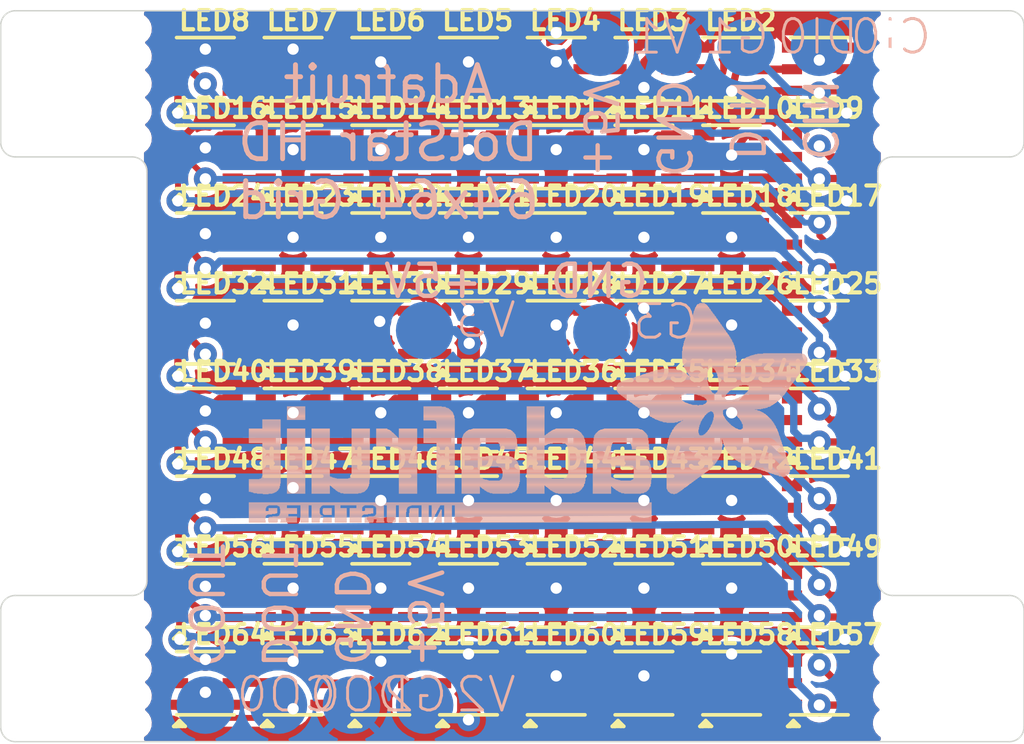
<source format=kicad_pcb>
(kicad_pcb (version 20221018) (generator pcbnew)
  (layers (0 "F.Cu" signal) (31 "B.Cu" signal) (34 "B.Paste" user) (35 "F.Paste" user) (36 "B.SilkS" user "B.Silkscreen") (37 "F.SilkS" user "F.Silkscreen") (38 "B.Mask" user) (39 "F.Mask" user) (44 "Edge.Cuts" user))
  (net 0 "")
  (net 1 "N$1")
  (net 2 "N$2")
  (net 3 "N$3")
  (net 4 "N$4")
  (net 5 "N$5")
  (net 6 "N$6")
  (net 7 "N$7")
  (net 8 "N$8")
  (net 9 "N$9")
  (net 10 "N$10")
  (net 11 "N$11")
  (net 12 "N$12")
  (net 13 "N$13")
  (net 14 "N$14")
  (net 15 "GND")
  (net 16 "N$15")
  (net 17 "N$16")
  (net 18 "N$17")
  (net 19 "N$18")
  (net 20 "N$19")
  (net 21 "N$20")
  (net 22 "N$21")
  (net 23 "N$22")
  (net 24 "N$23")
  (net 25 "N$24")
  (net 26 "N$25")
  (net 27 "N$26")
  (net 28 "N$27")
  (net 29 "N$28")
  (net 30 "N$29")
  (net 31 "N$30")
  (net 32 "N$31")
  (net 33 "N$32")
  (net 34 "N$33")
  (net 35 "N$34")
  (net 36 "N$35")
  (net 37 "N$36")
  (net 38 "N$37")
  (net 39 "N$38")
  (net 40 "N$39")
  (net 41 "N$40")
  (net 42 "N$41")
  (net 43 "N$42")
  (net 44 "N$43")
  (net 45 "N$44")
  (net 46 "N$45")
  (net 47 "N$46")
  (net 48 "N$47")
  (net 49 "N$48")
  (net 50 "N$49")
  (net 51 "N$50")
  (net 52 "N$51")
  (net 53 "N$52")
  (net 54 "N$53")
  (net 55 "N$54")
  (net 56 "N$55")
  (net 57 "N$56")
  (net 58 "N$57")
  (net 59 "N$58")
  (net 60 "N$59")
  (net 61 "N$60")
  (net 62 "N$61")
  (net 63 "N$62")
  (net 64 "N$63")
  (net 65 "N$64")
  (net 66 "N$65")
  (net 67 "N$66")
  (net 68 "N$67")
  (net 69 "N$68")
  (net 70 "N$69")
  (net 71 "N$70")
  (net 72 "N$71")
  (net 73 "N$72")
  (net 74 "N$73")
  (net 75 "N$74")
  (net 76 "N$75")
  (net 77 "N$76")
  (net 78 "N$77")
  (net 79 "N$78")
  (net 80 "N$79")
  (net 81 "N$80")
  (net 82 "N$81")
  (net 83 "N$82")
  (net 84 "N$83")
  (net 85 "N$84")
  (net 86 "N$85")
  (net 87 "N$86")
  (net 88 "N$87")
  (net 89 "N$88")
  (net 90 "N$89")
  (net 91 "N$90")
  (net 92 "N$91")
  (net 93 "N$92")
  (net 94 "N$93")
  (net 95 "N$94")
  (net 96 "N$95")
  (net 97 "N$96")
  (net 98 "N$97")
  (net 99 "N$98")
  (net 100 "N$99")
  (net 101 "N$100")
  (net 102 "N$101")
  (net 103 "N$102")
  (net 104 "N$103")
  (net 105 "N$104")
  (net 106 "N$105")
  (net 107 "N$106")
  (net 108 "N$107")
  (net 109 "N$108")
  (net 110 "N$109")
  (net 111 "N$110")
  (net 112 "N$111")
  (net 113 "N$112")
  (net 114 "N$113")
  (net 115 "N$114")
  (net 116 "N$115")
  (net 117 "N$116")
  (net 118 "N$117")
  (net 119 "N$118")
  (net 120 "N$119")
  (net 121 "N$120")
  (net 122 "N$121")
  (net 123 "N$122")
  (net 124 "N$123")
  (net 125 "N$124")
  (net 126 "N$125")
  (net 127 "N$126")
  (net 128 "DIN")
  (net 129 "CIN")
  (net 130 "VDD")
  (net 131 "C0")
  (net 132 "D0")
  (footprint "working:APA102_2020" (layer "F.Cu") (at 146.9771 115.6716)
    (fp_text reference "LED61")
    (fp_text value "")
  )
  (footprint "" (layer "F.Cu") (at 135.4201 92.9386)
    (fp_text reference "@HOLE10" hide)
    (fp_text value "")
  )
  (footprint "working:APA102_2020" (layer "F.Cu") (at 140.8811 97.3836)
    (fp_text reference "LED15")
    (fp_text value "")
  )
  (footprint "" (layer "F.Cu") (at 133.2611 115.1636)
    (fp_text reference "@HOLE0" hide)
    (fp_text value "")
  )
  (footprint "working:APA102_2020" (layer "F.Cu") (at 150.0251 112.6236)
    (fp_text reference "LED52")
    (fp_text value "")
  )
  (footprint "working:APA102_2020" (layer "F.Cu") (at 146.9771 94.3356)
    (fp_text reference "LED5")
    (fp_text value "")
  )
  (footprint "working:APA102_2020" (layer "F.Cu") (at 156.1211 94.3356)
    (fp_text reference "LED2")
    (fp_text value "")
  )
  (footprint "working:APA102_2020" (layer "F.Cu") (at 137.8331 112.6236)
    (fp_text reference "LED56")
    (fp_text value "")
  )
  (footprint "working:APA102_2020" (layer "F.Cu") (at 146.9771 103.4796)
    (fp_text reference "LED29")
    (fp_text value "")
  )
  (footprint "working:APA102_2020" (layer "F.Cu") (at 156.1211 109.5756)
    (fp_text reference "LED42")
    (fp_text value "")
  )
  (footprint "working:APA102_2020" (layer "F.Cu") (at 140.8811 103.4796)
    (fp_text reference "LED31")
    (fp_text value "")
  )
  (footprint "working:APA102_2020" (layer "F.Cu") (at 153.0731 115.6716)
    (fp_text reference "LED59")
    (fp_text value "")
  )
  (footprint "working:APA102_2020" (layer "F.Cu") (at 146.9771 112.6236)
    (fp_text reference "LED53")
    (fp_text value "")
  )
  (footprint "working:APA102_2020" (layer "F.Cu") (at 156.1211 106.5276)
    (fp_text reference "LED34")
    (fp_text value "")
  )
  (footprint "working:APA102_2020" (layer "F.Cu") (at 159.1691 106.5276)
    (fp_text reference "LED33")
    (fp_text value "")
  )
  (footprint "working:APA102_2020" (layer "F.Cu") (at 146.9771 106.5276)
    (fp_text reference "LED37")
    (fp_text value "")
  )
  (footprint "working:FIDUCIAL_0.5MM" (layer "F.Cu") (at 156.1211 115.9891)
    (fp_text reference "FID2" hide)
    (fp_text value "FIDUCIAL_0.5MM" hide)
  )
  (footprint "working:APA102_2020" (layer "F.Cu") (at 143.9291 103.4796)
    (fp_text reference "LED30")
    (fp_text value "")
  )
  (footprint "working:APA102_2020" (layer "F.Cu") (at 153.0731 94.3356)
    (fp_text reference "LED3")
    (fp_text value "")
  )
  (footprint "working:APA102_2020" (layer "F.Cu") (at 146.9771 97.3836)
    (fp_text reference "LED13")
    (fp_text value "")
  )
  (footprint "" (layer "F.Cu") (at 135.4201 114.2111)
    (fp_text reference "@HOLE5" hide)
    (fp_text value "")
  )
  (footprint "working:APA102_2020" (layer "F.Cu") (at 156.1211 115.6716)
    (fp_text reference "LED58")
    (fp_text value "")
  )
  (footprint "working:APA102_2020" (layer "F.Cu") (at 137.8331 97.3836)
    (fp_text reference "LED16")
    (fp_text value "")
  )
  (footprint "" (layer "F.Cu") (at 135.4201 115.1636)
    (fp_text reference "@HOLE3" hide)
    (fp_text value "")
  )
  (footprint "" (layer "F.Cu") (at 135.4201 95.7961)
    (fp_text reference "@HOLE8" hide)
    (fp_text value "")
  )
  (footprint "working:APA102_2020" (layer "F.Cu") (at 140.8811 109.5756)
    (fp_text reference "LED47")
    (fp_text value "")
  )
  (footprint "" (layer "F.Cu") (at 135.4201 116.1161)
    (fp_text reference "@HOLE2" hide)
    (fp_text value "")
  )
  (footprint "" (layer "F.Cu") (at 163.7411 115.1636)
    (fp_text reference "@HOLE18" hide)
    (fp_text value "")
  )
  (footprint "working:APA102_2020" (layer "F.Cu") (at 143.9291 112.6236)
    (fp_text reference "LED54")
    (fp_text value "")
  )
  (footprint "working:APA102_2020" (layer "F.Cu") (at 137.8331 109.5756)
    (fp_text reference "LED48")
    (fp_text value "")
  )
  (footprint "working:APA102_2020" (layer "F.Cu") (at 143.9291 94.3356)
    (fp_text reference "LED6")
    (fp_text value "")
  )
  (footprint "" (layer "F.Cu") (at 161.5821 96.7486)
    (fp_text reference "@HOLE16" hide)
    (fp_text value "")
  )
  (footprint "working:APA102_2020" (layer "F.Cu") (at 153.0731 103.4796)
    (fp_text reference "LED27")
    (fp_text value "")
  )
  (footprint "working:APA102_2020" (layer "F.Cu") (at 143.9291 115.6716)
    (fp_text reference "LED62")
    (fp_text value "")
  )
  (footprint "working:APA102_2020" (layer "F.Cu") (at 146.9771 100.4316)
    (fp_text reference "LED21")
    (fp_text value "")
  )
  (footprint "working:APA102_2020" (layer "F.Cu") (at 150.0251 100.4316)
    (fp_text reference "LED20")
    (fp_text value "")
  )
  (footprint "working:APA102_2020" (layer "F.Cu") (at 159.1691 112.6236)
    (fp_text reference "LED49")
    (fp_text value "")
  )
  (footprint "" (layer "F.Cu") (at 135.4201 113.2586)
    (fp_text reference "@HOLE4" hide)
    (fp_text value "")
  )
  (footprint "working:APA102_2020" (layer "F.Cu") (at 156.1211 97.3836)
    (fp_text reference "LED10")
    (fp_text value "")
  )
  (footprint "working:APA102_2020" (layer "F.Cu") (at 137.8331 94.3356)
    (fp_text reference "LED8")
    (fp_text value "")
  )
  (footprint "" (layer "F.Cu") (at 133.2611 94.8436)
    (fp_text reference "@HOLE6" hide)
    (fp_text value "")
  )
  (footprint "working:APA102_2020" (layer "F.Cu") (at 137.8331 103.4796)
    (fp_text reference "LED32")
    (fp_text value "")
  )
  (footprint "" (layer "F.Cu") (at 161.5821 115.1636)
    (fp_text reference "@HOLE21" hide)
    (fp_text value "")
  )
  (footprint "working:APA102_2020" (layer "F.Cu") (at 143.9291 100.4316)
    (fp_text reference "LED22")
    (fp_text value "")
  )
  (footprint "working:APA102_2020" (layer "F.Cu") (at 146.9771 109.5756)
    (fp_text reference "LED45")
    (fp_text value "")
  )
  (footprint "working:APA102_2020" (layer "F.Cu") (at 140.8811 112.6236)
    (fp_text reference "LED55")
    (fp_text value "")
  )
  (footprint "working:APA102_2020" (layer "F.Cu") (at 137.8331 106.5276)
    (fp_text reference "LED40")
    (fp_text value "")
  )
  (footprint "working:APA102_2020" (layer "F.Cu") (at 140.8811 100.4316)
    (fp_text reference "LED23")
    (fp_text value "")
  )
  (footprint "" (layer "F.Cu") (at 135.4201 93.8911)
    (fp_text reference "@HOLE11" hide)
    (fp_text value "")
  )
  (footprint "" (layer "F.Cu") (at 161.5821 113.2586)
    (fp_text reference "@HOLE19" hide)
    (fp_text value "")
  )
  (footprint "" (layer "F.Cu") (at 135.4201 94.8436)
    (fp_text reference "@HOLE9" hide)
    (fp_text value "")
  )
  (footprint "" (layer "F.Cu") (at 135.4201 117.0686)
    (fp_text reference "@HOLE1" hide)
    (fp_text value "")
  )
  (footprint "" (layer "F.Cu") (at 161.5821 94.8436)
    (fp_text reference "@HOLE15" hide)
    (fp_text value "")
  )
  (footprint "working:APA102_2020" (layer "F.Cu") (at 150.0251 106.5276)
    (fp_text reference "LED36")
    (fp_text value "")
  )
  (footprint "working:APA102_2020" (layer "F.Cu") (at 153.0731 106.5276)
    (fp_text reference "LED35")
    (fp_text value "")
  )
  (footprint "" (layer "F.Cu") (at 161.5821 95.7961)
    (fp_text reference "@HOLE17" hide)
    (fp_text value "")
  )
  (footprint "working:APA102_2020" (layer "F.Cu") (at 150.0251 94.3356)
    (fp_text reference "LED4")
    (fp_text value "")
  )
  (footprint "working:APA102_2020" (layer "F.Cu") (at 156.1211 103.4796)
    (fp_text reference "LED26")
    (fp_text value "")
  )
  (footprint "" (layer "F.Cu") (at 163.7411 94.8436)
    (fp_text reference "@HOLE12" hide)
    (fp_text value "")
  )
  (footprint "working:APA102_2020" (layer "F.Cu") (at 140.8811 94.3356)
    (fp_text reference "LED7")
    (fp_text value "")
  )
  (footprint "working:FIDUCIAL_0.5MM" (layer "F.Cu") (at 140.8811 109.9566)
    (fp_text reference "FID3" hide)
    (fp_text value "FIDUCIAL_0.5MM" hide)
  )
  (footprint "working:APA102_2020" (layer "F.Cu") (at 156.1211 100.4316)
    (fp_text reference "LED18")
    (fp_text value "")
  )
  (footprint "working:APA102_2020" (layer "F.Cu") (at 153.0731 109.5756)
    (fp_text reference "LED43")
    (fp_text value "")
  )
  (footprint "working:APA102_2020" (layer "F.Cu") (at 150.0251 97.3836)
    (fp_text reference "LED12")
    (fp_text value "")
  )
  (footprint "working:APA102_2020" (layer "F.Cu") (at 153.0731 100.4316)
    (fp_text reference "LED19")
    (fp_text value "")
  )
  (footprint "working:APA102_2020" (layer "F.Cu") (at 150.0251 115.6716)
    (fp_text reference "LED60")
    (fp_text value "")
  )
  (footprint "working:APA102_2020" (layer "F.Cu") (at 140.8811 115.6716)
    (fp_text reference "LED63")
    (fp_text value "")
  )
  (footprint "working:APA102_2020" (layer "F.Cu") (at 159.1691 97.3836)
    (fp_text reference "LED9")
    (fp_text value "")
  )
  (footprint "working:APA102_2020" (layer "F.Cu") (at 153.0731 97.3836)
    (fp_text reference "LED11")
    (fp_text value "")
  )
  (footprint "working:APA102_2020" (layer "F.Cu") (at 143.9291 109.5756)
    (fp_text reference "LED46")
    (fp_text value "")
  )
  (footprint "working:APA102_2020" (layer "F.Cu") (at 156.1211 112.6236)
    (fp_text reference "LED50")
    (fp_text value "")
  )
  (footprint "working:APA102_2020" (layer "F.Cu") (at 150.0251 103.4796)
    (fp_text reference "LED28")
    (fp_text value "")
  )
  (footprint "working:APA102_2020" (layer "F.Cu") (at 143.9291 106.5276)
    (fp_text reference "LED38")
    (fp_text value "")
  )
  (footprint "working:APA102_2020" (layer "F.Cu") (at 159.1691 109.5756)
    (fp_text reference "LED41")
    (fp_text value "")
  )
  (footprint "" (layer "F.Cu") (at 161.5821 116.1161)
    (fp_text reference "@HOLE23" hide)
    (fp_text value "")
  )
  (footprint "working:APA102_2020" (layer "F.Cu") (at 159.1691 100.4316)
    (fp_text reference "LED17")
    (fp_text value "")
  )
  (footprint "working:APA102_2020" (layer "F.Cu") (at 140.8811 106.5276)
    (fp_text reference "LED39")
    (fp_text value "")
  )
  (footprint "working:FIDUCIAL_0.5MM" (layer "F.Cu") (at 140.8811 94.7166)
    (fp_text reference "FID1" hide)
    (fp_text value "FIDUCIAL_0.5MM" hide)
  )
  (footprint "working:APA102_2020" (layer "F.Cu") (at 153.0731 112.6236)
    (fp_text reference "LED51")
    (fp_text value "")
  )
  (footprint "working:APA102_2020" (layer "F.Cu") (at 137.8331 115.6716)
    (fp_text reference "LED64")
    (fp_text value "")
  )
  (footprint "working:APA102_2020" (layer "F.Cu") (at 137.8331 100.4316)
    (fp_text reference "LED24")
    (fp_text value "")
  )
  (footprint "working:APA102_2020" (layer "F.Cu") (at 150.0251 109.5756)
    (fp_text reference "LED44")
    (fp_text value "")
  )
  (footprint "working:APA102_2020" (layer "F.Cu") (at 159.1691 115.6716)
    (fp_text reference "LED57")
    (fp_text value "")
  )
  (footprint "" (layer "F.Cu") (at 161.5821 117.0686)
    (fp_text reference "@HOLE22" hide)
    (fp_text value "")
  )
  (footprint "" (layer "F.Cu") (at 161.5821 114.2111)
    (fp_text reference "@HOLE20" hide)
    (fp_text value "")
  )
  (footprint "working:APA102_2020" (layer "F.Cu") (at 143.9291 97.3836)
    (fp_text reference "LED14")
    (fp_text value "")
  )
  (footprint "working:APA102_2020" (layer "F.Cu") (at 159.1691 94.3356)
    (fp_text reference "LED1" hide)
    (fp_text value "")
  )
  (footprint "" (layer "F.Cu") (at 161.5821 92.9386)
    (fp_text reference "@HOLE13" hide)
    (fp_text value "")
  )
  (footprint "working:APA102_2020" (layer "F.Cu") (at 159.1691 103.4796)
    (fp_text reference "LED25")
    (fp_text value "")
  )
  (footprint "" (layer "F.Cu") (at 135.4201 96.7486)
    (fp_text reference "@HOLE7" hide)
    (fp_text value "")
  )
  (footprint "" (layer "F.Cu") (at 161.5821 93.8911)
    (fp_text reference "@HOLE14" hide)
    (fp_text value "")
  )
  (footprint "working:TP20R" (layer "B.Cu") (at 137.8331 116.4336 180)
    (fp_text reference "CO0")
    (fp_text value "TPTP20R")
  )
  (footprint "working:TP20R" (layer "B.Cu") (at 145.4531 103.4161 180)
    (fp_text reference "V3")
    (fp_text value "TPTP20R")
  )
  (footprint "working:TP20R" (layer "B.Cu") (at 151.6126 103.4796 180)
    (fp_text reference "G3")
    (fp_text value "TPTP20R")
  )
  (footprint "working:TP20R" (layer "B.Cu") (at 145.4531 116.4336 180)
    (fp_text reference "V2")
    (fp_text value "TPTP20R")
  )
  (footprint "working:TP20R" (layer "B.Cu") (at 156.6291 93.5736 180)
    (fp_text reference "DI0")
    (fp_text value "TPTP20R")
  )
  (footprint "working:TP20R" (layer "B.Cu") (at 151.5491 93.5736 180)
    (fp_text reference "V1")
    (fp_text value "TPTP20R")
  )
  (footprint "working:TP20R" (layer "B.Cu") (at 142.9131 116.4336 180)
    (fp_text reference "G2")
    (fp_text value "TPTP20R")
  )
  (footprint "working:TP20R" (layer "B.Cu") (at 140.3731 116.4336 180)
    (fp_text reference "DO0")
    (fp_text value "TPTP20R")
  )
  (footprint "working:TP20R" (layer "B.Cu") (at 159.1691 93.5736 180)
    (fp_text reference "CI0")
    (fp_text value "TPTP20R")
  )
  (footprint "working:ADAFRUIT_TEXT_20MM" (layer "B.Cu") (at 158.9151 110.0836 180)
    (fp_text reference "U$1" hide)
    (fp_text value "" hide)
  )
  (footprint "working:TP20R" (layer "B.Cu") (at 154.0891 93.5736 180)
    (fp_text reference "G1")
    (fp_text value "TPTP20R")
  )
  (gr_arc (start 165.7731 112.6236) (mid 166.13231 112.77239) (end 166.2811 113.1316) (stroke (width 0.05)) (layer "Edge.Cuts"))
  (gr_line (start 135.8011 97.8916) (end 135.8011 112.1156) (stroke (width 0.05)) (layer "Edge.Cuts"))
  (gr_arc (start 166.2811 117.1956) (mid 166.13231 117.55481) (end 165.7731 117.7036) (stroke (width 0.05)) (layer "Edge.Cuts"))
  (gr_line (start 130.7211 117.1956) (end 130.7211 113.1316) (stroke (width 0.05)) (layer "Edge.Cuts"))
  (gr_arc (start 131.2291 117.7036) (mid 130.86989 117.55481) (end 130.7211 117.1956) (stroke (width 0.05)) (layer "Edge.Cuts"))
  (gr_arc (start 161.2011 97.8916) (mid 161.34989 97.53239) (end 161.7091 97.3836) (stroke (width 0.05)) (layer "Edge.Cuts"))
  (gr_arc (start 130.7211 92.8116) (mid 130.86989 92.45239) (end 131.2291 92.3036) (stroke (width 0.05)) (layer "Edge.Cuts"))
  (gr_arc (start 165.7731 92.3036) (mid 166.13231 92.45239) (end 166.2811 92.8116) (stroke (width 0.05)) (layer "Edge.Cuts"))
  (gr_line (start 161.2011 97.8916) (end 161.2011 112.1156) (stroke (width 0.05)) (layer "Edge.Cuts"))
  (gr_line (start 130.7211 92.8116) (end 130.7211 96.8756) (stroke (width 0.05)) (layer "Edge.Cuts"))
  (gr_line (start 131.2291 97.3836) (end 135.2931 97.3836) (stroke (width 0.05)) (layer "Edge.Cuts"))
  (gr_arc (start 130.7211 113.1316) (mid 130.86989 112.77239) (end 131.2291 112.6236) (stroke (width 0.05)) (layer "Edge.Cuts"))
  (gr_arc (start 131.2291 97.3836) (mid 130.86989 97.23481) (end 130.7211 96.8756) (stroke (width 0.05)) (layer "Edge.Cuts"))
  (gr_arc (start 135.2931 97.3836) (mid 135.65231 97.53239) (end 135.8011 97.8916) (stroke (width 0.05)) (layer "Edge.Cuts"))
  (gr_line (start 131.2291 112.6236) (end 135.2931 112.6236) (stroke (width 0.05)) (layer "Edge.Cuts"))
  (gr_arc (start 161.7091 112.6236) (mid 161.34989 112.47481) (end 161.2011 112.1156) (stroke (width 0.05)) (layer "Edge.Cuts"))
  (gr_line (start 165.7731 92.3036) (end 131.2291 92.3036) (stroke (width 0.05)) (layer "Edge.Cuts"))
  (gr_line (start 166.2811 117.1956) (end 166.2811 113.1316) (stroke (width 0.05)) (layer "Edge.Cuts"))
  (gr_line (start 165.7731 97.3836) (end 161.7091 97.3836) (stroke (width 0.05)) (layer "Edge.Cuts"))
  (gr_line (start 165.7731 117.7036) (end 131.2291 117.7036) (stroke (width 0.05)) (layer "Edge.Cuts"))
  (gr_arc (start 166.2811 96.8756) (mid 166.13231 97.23481) (end 165.7731 97.3836) (stroke (width 0.05)) (layer "Edge.Cuts"))
  (gr_arc (start 135.8011 112.1156) (mid 135.65231 112.47481) (end 135.2931 112.6236) (stroke (width 0.05)) (layer "Edge.Cuts"))
  (gr_line (start 161.7091 112.6236) (end 165.7731 112.6236) (stroke (width 0.05)) (layer "Edge.Cuts"))
  (gr_line (start 166.2811 92.8116) (end 166.2811 96.8756) (stroke (width 0.05)) (layer "Edge.Cuts"))
  (gr_text "DOUT" (at 140.3731 115.2271 -90) (layer "B.SilkS") (effects (font (size 1.1176 1.1176) (thickness 0.1524)) (justify left mirror)))
  (gr_text "Adafruit\nDotStar HD\n64x64 Grid" (at 144.1831 96.8756) (layer "B.SilkS") (effects (font (size 1.251712 1.251712) (thickness 0.170688)) (justify mirror)))
  (gr_text "GND" (at 142.9131 115.1636 -90) (layer "B.SilkS") (effects (font (size 1.1176 1.1176) (thickness 0.1524)) (justify left mirror)))
  (gr_text "CIN" (at 159.1691 94.5896 -90) (layer "B.SilkS") (effects (font (size 1.1176 1.1176) (thickness 0.1524)) (justify right mirror)))
  (gr_text "COUT" (at 137.8331 115.2271 -90) (layer "B.SilkS") (effects (font (size 1.1176 1.1176) (thickness 0.1524)) (justify left mirror)))
  (gr_text "+5V" (at 147.5486 101.7016) (layer "B.SilkS") (effects (font (size 1.1176 1.1176) (thickness 0.1524)) (justify left mirror)))
  (gr_text "+5V" (at 151.5491 94.5896 -90) (layer "B.SilkS") (effects (font (size 1.1176 1.1176) (thickness 0.1524)) (justify right mirror)))
  (gr_text "DIN" (at 156.6291 94.5896 -90) (layer "B.SilkS") (effects (font (size 1.1176 1.1176) (thickness 0.1524)) (justify right mirror)))
  (gr_text "GND" (at 153.3271 101.7016) (layer "B.SilkS") (effects (font (size 1.1176 1.1176) (thickness 0.1524)) (justify left mirror)))
  (gr_text "GND" (at 154.0891 94.5896 -90) (layer "B.SilkS") (effects (font (size 1.1176 1.1176) (thickness 0.1524)) (justify right mirror)))
  (gr_text "+5V" (at 145.4531 115.2271 -90) (layer "B.SilkS") (effects (font (size 1.1176 1.1176) (thickness 0.1524)) (justify left mirror)))
  (segment (start 157.0711 95.0856) (end 158.2191 95.0856) (width 0.254) (layer "F.Cu") (net 1))
  (segment (start 157.0711 94.3356) (end 158.2191 94.3356) (width 0.254) (layer "F.Cu") (net 2))
  (segment (start 154.0231 95.0856) (end 155.1711 95.0856) (width 0.254) (layer "F.Cu") (net 3))
  (segment (start 154.0231 94.3356) (end 155.1711 94.3356) (width 0.254) (layer "F.Cu") (net 4))
  (segment (start 150.9751 95.0856) (end 152.1231 95.0856) (width 0.254) (layer "F.Cu") (net 5))
  (segment (start 150.9751 94.3356) (end 152.1231 94.3356) (width 0.254) (layer "F.Cu") (net 6))
  (segment (start 147.9271 95.0856) (end 149.0751 95.0856) (width 0.254) (layer "F.Cu") (net 7))
  (segment (start 147.9271 94.3356) (end 149.0751 94.3356) (width 0.254) (layer "F.Cu") (net 8))
  (segment (start 144.8791 95.0856) (end 146.0271 95.0856) (width 0.254) (layer "F.Cu") (net 9))
  (segment (start 144.8791 94.3356) (end 146.0271 94.3356) (width 0.254) (layer "F.Cu") (net 10))
  (segment (start 141.8311 95.0856) (end 142.9791 95.0856) (width 0.254) (layer "F.Cu") (net 11))
  (segment (start 141.8311 94.3356) (end 142.9791 94.3356) (width 0.254) (layer "F.Cu") (net 12))
  (segment (start 138.7831 95.0856) (end 139.9311 95.0856) (width 0.254) (layer "F.Cu") (net 13))
  (segment (start 138.7831 94.3356) (end 139.9311 94.3356) (width 0.254) (layer "F.Cu") (net 14))
  (segment (start 140.8811 100.1776) (end 141.3771 99.6816) (width 0.254) (layer "F.Cu") (net 15))
  (segment (start 153.0731 94.0816) (end 153.5691 93.5856) (width 0.254) (layer "F.Cu") (net 15))
  (segment (start 156.1211 100.1776) (end 156.6171 99.6816) (width 0.254) (layer "F.Cu") (net 15))
  (segment (start 160.8201 93.5856) (end 160.8201 95.8596) (width 0.254) (layer "F.Cu") (net 15))
  (segment (start 137.8331 112.3061) (end 138.3291 111.8736) (width 0.254) (layer "F.Cu") (net 15))
  (segment (start 160.0581 101.9556) (end 160.1731 102.6026) (width 0.254) (layer "F.Cu") (net 15))
  (segment (start 156.6171 111.8736) (end 157.0711 111.8736) (width 0.254) (layer "F.Cu") (net 15))
  (segment (start 156.1211 112.3696) (end 156.6171 111.8736) (width 0.254) (layer "F.Cu") (net 15))
  (segment (start 153.0731 102.6414) (end 153.5691 102.7296) (width 0.254) (layer "F.Cu") (net 15))
  (segment (start 160.1191 96.6336) (end 160.0581 96.3136) (width 0.254) (layer "F.Cu") (net 15))
  (segment (start 153.0731 100.1776) (end 153.5691 99.6816) (width 0.254) (layer "F.Cu") (net 15))
  (segment (start 150.5211 99.6816) (end 150.9751 99.6816) (width 0.254) (layer "F.Cu") (net 15))
  (segment (start 144.4251 96.6336) (end 144.8791 96.6336) (width 0.254) (layer "F.Cu") (net 15))
  (segment (start 141.3771 93.5856) (end 141.8311 93.5856) (width 0.254) (layer "F.Cu") (net 15))
  (segment (start 156.6171 99.6816) (end 157.0711 99.6816) (width 0.254) (layer "F.Cu") (net 15))
  (segment (start 150.5211 111.8736) (end 150.9751 111.8736) (width 0.254) (layer "F.Cu") (net 15))
  (segment (start 137.8331 109.2581) (end 138.3291 108.8256) (width 0.254) (layer "F.Cu") (net 15))
  (segment (start 138.7831 96.6336) (end 138.3291 96.6336) (width 0.254) (layer "F.Cu") (net 15))
  (segment (start 141.3771 114.9216) (end 141.8311 114.9216) (width 0.254) (layer "F.Cu") (net 15))
  (segment (start 141.3771 102.7296) (end 141.8311 102.7296) (width 0.254) (layer "F.Cu") (net 15))
  (segment (start 150.6481 93.5856) (end 150.2791 93.9546) (width 0.3048) (layer "F.Cu") (net 15))
  (segment (start 153.0731 94.9706) (end 153.0731 94.0816) (width 0.254) (layer "F.Cu") (net 15))
  (segment (start 160.0581 114.1476) (end 160.0461 114.9216) (width 0.254) (layer "F.Cu") (net 15))
  (segment (start 143.9291 100.1776) (end 144.4251 99.6816) (width 0.254) (layer "F.Cu") (net 15))
  (segment (start 141.3771 96.6336) (end 141.8311 96.6336) (width 0.254) (layer "F.Cu") (net 15))
  (segment (start 138.3291 99.6816) (end 138.7831 99.6816) (width 0.254) (layer "F.Cu") (net 15))
  (segment (start 156.1211 103.2256) (end 156.6171 102.7296) (width 0.254) (layer "F.Cu") (net 15))
  (segment (start 153.5691 102.7296) (end 154.0231 102.7296) (width 0.254) (layer "F.Cu") (net 15))
  (segment (start 160.0581 111.0996) (end 160.0461 111.8736) (width 0.254) (layer "F.Cu") (net 15))
  (segment (start 144.4251 105.7776) (end 144.8791 105.7776) (width 0.254) (layer "F.Cu") (net 15))
  (segment (start 140.8811 114.9096) (end 141.3771 114.9216) (width 0.254) (layer "F.Cu") (net 15))
  (segment (start 160.1731 102.6026) (end 160.1191 102.7296) (width 0.254) (layer "F.Cu") (net 15))
  (segment (start 150.5211 102.7296) (end 150.9751 102.7296) (width 0.254) (layer "F.Cu") (net 15))
  (segment (start 138.7831 93.5856) (end 137.8846 93.5856) (width 0.254) (layer "F.Cu") (net 15))
  (segment (start 156.1211 95.0976) (end 156.4266 93.8396) (width 0.254) (layer "F.Cu") (net 15))
  (segment (start 146.9771 109.3216) (end 147.4731 108.8256) (width 0.254) (layer "F.Cu") (net 15))
  (segment (start 150.0251 115.4176) (end 150.5211 114.9216) (width 0.254) (layer "F.Cu") (net 15))
  (segment (start 150.1521 93.9546) (end 150.2791 93.9546) (width 0.254) (layer "F.Cu") (net 15))
  (segment (start 153.5691 99.6816) (end 154.0231 99.6816) (width 0.254) (layer "F.Cu") (net 15))
  (segment (start 147.4731 96.6336) (end 147.9271 96.6336) (width 0.254) (layer "F.Cu") (net 15))
  (segment (start 144.4251 108.8256) (end 144.8791 108.8256) (width 0.254) (layer "F.Cu") (net 15))
  (segment (start 150.5211 108.8256) (end 150.9751 108.8256) (width 0.254) (layer "F.Cu") (net 15))
  (segment (start 160.0581 96.3136) (end 160.1216 95.8596) (width 0.254) (layer "F.Cu") (net 15))
  (segment (start 147.4731 108.8256) (end 147.9271 108.8256) (width 0.254) (layer "F.Cu") (net 15))
  (segment (start 160.0581 105.0036) (end 159.9826 105.7141) (width 0.254) (layer "F.Cu") (net 15))
  (segment (start 143.891 103.0986) (end 144.4251 102.7296) (width 0.254) (layer "F.Cu") (net 15))
  (segment (start 141.3771 111.8736) (end 141.8311 111.8736) (width 0.254) (layer "F.Cu") (net 15))
  (segment (start 153.0731 112.3696) (end 153.5691 111.8736) (width 0.254) (layer "F.Cu") (net 15))
  (segment (start 143.9291 94.0816) (end 144.4251 93.5856) (width 0.254) (layer "F.Cu") (net 15))
  (segment (start 147.4731 105.7776) (end 147.9271 105.7776) (width 0.254) (layer "F.Cu") (net 15))
  (segment (start 140.8811 112.3696) (end 141.3771 111.8736) (width 0.254) (layer "F.Cu") (net 15))
  (segment (start 137.8331 100.0506) (end 138.3291 99.6816) (width 0.254) (layer "F.Cu") (net 15))
  (segment (start 153.5691 114.9216) (end 154.0231 114.9216) (width 0.254) (layer "F.Cu") (net 15))
  (segment (start 144.4251 114.9216) (end 144.8791 114.9216) (width 0.254) (layer "F.Cu") (net 15))
  (segment (start 144.4251 102.7296) (end 144.8791 102.7296) (width 0.254) (layer "F.Cu") (net 15))
  (segment (start 144.4251 93.5856) (end 144.8791 93.5856) (width 0.254) (layer "F.Cu") (net 15))
  (segment (start 146.9771 106.2736) (end 147.4731 105.7776) (width 0.254) (layer "F.Cu") (net 15))
  (segment (start 156.4266 93.8396) (end 157.0711 93.5856) (width 0.254) (layer "F.Cu") (net 15))
  (segment (start 153.5691 111.8736) (end 154.0231 111.8736) (width 0.254) (layer "F.Cu") (net 15))
  (segment (start 141.3771 105.7776) (end 141.8311 105.7776) (width 0.254) (layer "F.Cu") (net 15))
  (segment (start 143.9291 114.9096) (end 144.4251 114.9216) (width 0.254) (layer "F.Cu") (net 15))
  (segment (start 140.8811 97.1296) (end 141.3771 96.6336) (width 0.254) (layer "F.Cu") (net 15))
  (segment (start 138.3291 114.9216) (end 138.7831 114.9216) (width 0.254) (layer "F.Cu") (net 15))
  (segment (start 137.8331 106.2101) (end 138.3291 105.7776) (width 0.254) (layer "F.Cu") (net 15))
  (segment (start 143.9291 97.1296) (end 144.4251 96.6336) (width 0.254) (layer "F.Cu") (net 15))
  (segment (start 153.5691 105.7776) (end 154.0231 105.7776) (width 0.254) (layer "F.Cu") (net 15))
  (segment (start 138.3291 96.6336) (end 137.8331 97.0661) (width 0.254) (layer "F.Cu") (net 15))
  (segment (start 153.0731 115.4176) (end 153.5691 114.9216) (width 0.254) (layer "F.Cu") (net 15))
  (segment (start 153.5691 108.8256) (end 154.0231 108.8256) (width 0.254) (layer "F.Cu") (net 15))
  (segment (start 156.6171 108.8256) (end 157.0711 108.8256) (width 0.254) (layer "F.Cu") (net 15))
  (segment (start 150.0251 97.1296) (end 150.5211 96.6336) (width 0.254) (layer "F.Cu") (net 15))
  (segment (start 150.0251 100.1776) (end 150.5211 99.6816) (width 0.254) (layer "F.Cu") (net 15))
  (segment (start 150.0251 94.0816) (end 150.1521 93.9546) (width 0.254) (layer "F.Cu") (net 15))
  (segment (start 160.1191 93.5856) (end 160.8201 93.5856) (width 0.254) (layer "F.Cu") (net 15))
  (segment (start 156.6171 96.6336) (end 157.0711 96.6336) (width 0.254) (layer "F.Cu") (net 15))
  (segment (start 147.4731 93.5856) (end 147.9271 93.5856) (width 0.254) (layer "F.Cu") (net 15))
  (segment (start 156.6171 105.7776) (end 157.0711 105.7776) (width 0.254) (layer "F.Cu") (net 15))
  (segment (start 143.9291 112.3696) (end 144.4251 111.8736) (width 0.254) (layer "F.Cu") (net 15))
  (segment (start 138.3291 108.8256) (end 138.7831 108.8256) (width 0.254) (layer "F.Cu") (net 15))
  (segment (start 140.8811 108.8771) (end 141.3771 108.8256) (width 0.254) (layer "F.Cu") (net 15))
  (segment (start 150.5211 96.6336) (end 150.9751 96.6336) (width 0.254) (layer "F.Cu") (net 15))
  (segment (start 140.8811 103.2256) (end 141.3771 102.7296) (width 0.254) (layer "F.Cu") (net 15))
  (segment (start 146.9771 112.3696) (end 147.4731 111.8736) (width 0.254) (layer "F.Cu") (net 15))
  (segment (start 140.8811 93.6371) (end 141.3771 93.5856) (width 0.254) (layer "F.Cu") (net 15))
  (segment (start 143.9291 109.3216) (end 144.4251 108.8256) (width 0.254) (layer "F.Cu") (net 15))
  (segment (start 160.0461 111.8736) (end 160.1191 111.8736) (width 0.254) (layer "F.Cu") (net 15))
  (segment (start 144.4251 111.8736) (end 144.8791 111.8736) (width 0.254) (layer "F.Cu") (net 15))
  (segment (start 156.1846 114.4651) (end 156.2481 114.5286) (width 0.254) (layer "F.Cu") (net 15))
  (segment (start 156.1211 106.2736) (end 156.6171 105.7776) (width 0.254) (layer "F.Cu") (net 15))
  (segment (start 153.5691 93.5856) (end 154.0231 93.5856) (width 0.254) (layer "F.Cu") (net 15))
  (segment (start 138.3291 111.8736) (end 138.7831 111.8736) (width 0.254) (layer "F.Cu") (net 15))
  (segment (start 156.2481 114.5286) (end 156.8076 114.9216) (width 0.254) (layer "F.Cu") (net 15))
  (segment (start 159.9826 105.7141) (end 160.1191 105.7776) (width 0.254) (layer "F.Cu") (net 15))
  (segment (start 160.8201 95.8596) (end 160.1216 95.8596) (width 0.254) (layer "F.Cu") (net 15))
  (segment (start 147.6001 114.9216) (end 147.3581 114.9096) (width 0.3048) (layer "F.Cu") (net 15))
  (segment (start 150.5211 114.9216) (end 150.9751 114.9216) (width 0.254) (layer "F.Cu") (net 15))
  (segment (start 160.0581 108.0516) (end 160.0461 108.8256) (width 0.254) (layer "F.Cu") (net 15))
  (segment (start 138.3291 105.7776) (end 138.7831 105.7776) (width 0.254) (layer "F.Cu") (net 15))
  (segment (start 147.4731 99.6816) (end 147.9271 99.6816) (width 0.254) (layer "F.Cu") (net 15))
  (segment (start 150.9751 93.5856) (end 150.6481 93.5856) (width 0.3048) (layer "F.Cu") (net 15))
  (segment (start 141.3771 108.8256) (end 141.8311 108.8256) (width 0.254) (layer "F.Cu") (net 15))
  (segment (start 153.0731 106.2736) (end 153.5691 105.7776) (width 0.254) (layer "F.Cu") (net 15))
  (segment (start 137.8331 114.8461) (end 138.3291 114.9216) (width 0.254) (layer "F.Cu") (net 15))
  (segment (start 160.0461 114.9216) (end 160.1191 114.9216) (width 0.254) (layer "F.Cu") (net 15))
  (segment (start 144.4251 99.6816) (end 144.8791 99.6816) (width 0.254) (layer "F.Cu") (net 15))
  (segment (start 156.6171 102.7296) (end 157.0711 102.7296) (width 0.254) (layer "F.Cu") (net 15))
  (segment (start 146.9771 114.6556) (end 147.3581 114.9096) (width 0.254) (layer "F.Cu") (net 15))
  (segment (start 143.9291 106.2736) (end 144.4251 105.7776) (width 0.254) (layer "F.Cu") (net 15))
  (segment (start 150.0251 103.2256) (end 150.5211 102.7296) (width 0.254) (layer "F.Cu") (net 15))
  (segment (start 137.8331 103.1621) (end 138.3291 102.7296) (width 0.254) (layer "F.Cu") (net 15))
  (segment (start 150.0251 106.2736) (end 150.5211 105.7776) (width 0.254) (layer "F.Cu") (net 15))
  (segment (start 147.4731 102.7296) (end 147.9271 102.7296) (width 0.254) (layer "F.Cu") (net 15))
  (segment (start 146.9771 100.1776) (end 147.4731 99.6816) (width 0.254) (layer "F.Cu") (net 15))
  (segment (start 156.8076 114.9216) (end 157.0711 114.9216) (width 0.254) (layer "F.Cu") (net 15))
  (segment (start 137.8846 93.5856) (end 137.8331 93.6371) (width 0.254) (layer "F.Cu") (net 15))
  (segment (start 160.0461 108.8256) (end 160.1191 108.8256) (width 0.254) (layer "F.Cu") (net 15))
  (segment (start 153.5691 96.6336) (end 154.0231 96.6336) (width 0.254) (layer "F.Cu") (net 15))
  (segment (start 150.0251 112.3696) (end 150.5211 111.8736) (width 0.254) (layer "F.Cu") (net 15))
  (segment (start 156.1211 114.6556) (end 156.1846 114.4651) (width 0.254) (layer "F.Cu") (net 15))
  (segment (start 150.0251 109.3216) (end 150.5211 108.8256) (width 0.254) (layer "F.Cu") (net 15))
  (segment (start 141.3771 99.6816) (end 141.8311 99.6816) (width 0.254) (layer "F.Cu") (net 15))
  (segment (start 147.4731 111.8736) (end 147.9271 111.8736) (width 0.254) (layer "F.Cu") (net 15))
  (segment (start 153.0731 97.1296) (end 153.5691 96.6336) (width 0.254) (layer "F.Cu") (net 15))
  (segment (start 150.5211 105.7776) (end 150.9751 105.7776) (width 0.254) (layer "F.Cu") (net 15))
  (segment (start 146.9771 94.0816) (end 147.4731 93.5856) (width 0.254) (layer "F.Cu") (net 15))
  (segment (start 146.9771 97.1296) (end 147.4731 96.6336) (width 0.254) (layer "F.Cu") (net 15))
  (segment (start 153.0731 109.3216) (end 153.5691 108.8256) (width 0.254) (layer "F.Cu") (net 15))
  (segment (start 138.3291 102.7296) (end 138.7831 102.7296) (width 0.254) (layer "F.Cu") (net 15))
  (segment (start 146.9771 102.7176) (end 147.4731 102.7296) (width 0.254) (layer "F.Cu") (net 15))
  (segment (start 160.1216 99.6791) (end 160.1216 98.9076) (width 0.254) (layer "F.Cu") (net 15))
  (segment (start 156.1211 97.3201) (end 156.6171 96.6336) (width 0.254) (layer "F.Cu") (net 15))
  (segment (start 160.1191 99.6816) (end 160.1216 99.6791) (width 0.254) (layer "F.Cu") (net 15))
  (segment (start 147.9271 114.9216) (end 147.6001 114.9216) (width 0.3048) (layer "F.Cu") (net 15))
  (segment (start 156.1211 109.3216) (end 156.6171 108.8256) (width 0.254) (layer "F.Cu") (net 15))
  (segment (start 140.8811 106.2736) (end 141.3771 105.7776) (width 0.254) (layer "F.Cu") (net 15))
  (via (at 146.9771 109.3216) (size 0.8001) (drill 0.3937) (layers "F.Cu" "B.Cu") (net 15))
  (via (at 156.1211 100.1776) (size 0.8001) (drill 0.3937) (layers "F.Cu" "B.Cu") (net 15))
  (via (at 153.0731 109.3216) (size 0.8001) (drill 0.3937) (layers "F.Cu" "B.Cu") (net 15))
  (via (at 143.9291 109.3216) (size 0.8001) (drill 0.3937) (layers "F.Cu" "B.Cu") (net 15))
  (via (at 153.0731 115.4176) (size 0.8001) (drill 0.3937) (layers "F.Cu" "B.Cu") (net 15))
  (via (at 137.8331 106.2101) (size 0.8001) (drill 0.3937) (layers "F.Cu" "B.Cu") (net 15))
  (via (at 150.0251 97.1296) (size 0.8001) (drill 0.3937) (layers "F.Cu" "B.Cu") (net 15))
  (via (at 156.1211 106.2736) (size 0.8001) (drill 0.3937) (layers "F.Cu" "B.Cu") (net 15))
  (via (at 160.0581 111.0996) (size 0.8001) (drill 0.3937) (layers "F.Cu" "B.Cu") (net 15))
  (via (at 150.0251 115.4176) (size 0.8001) (drill 0.3937) (layers "F.Cu" "B.Cu") (net 15))
  (via (at 153.0731 94.9706) (size 0.8001) (drill 0.3937) (layers "F.Cu" "B.Cu") (net 15))
  (via (at 137.8331 112.3061) (size 0.8001) (drill 0.3937) (layers "F.Cu" "B.Cu") (net 15))
  (via (at 137.8331 103.1621) (size 0.8001) (drill 0.3937) (layers "F.Cu" "B.Cu") (net 15))
  (via (at 160.0581 108.0516) (size 0.8001) (drill 0.3937) (layers "F.Cu" "B.Cu") (net 15))
  (via (at 143.9291 106.2736) (size 0.8001) (drill 0.3937) (layers "F.Cu" "B.Cu") (net 15))
  (via (at 137.8331 93.6371) (size 0.8001) (drill 0.3937) (layers "F.Cu" "B.Cu") (net 15))
  (via (at 140.8811 112.3696) (size 0.8001) (drill 0.3937) (layers "F.Cu" "B.Cu") (net 15))
  (via (at 143.9291 114.9096) (size 0.8001) (drill 0.3937) (layers "F.Cu" "B.Cu") (net 15))
  (via (at 160.0581 114.1476) (size 0.8001) (drill 0.3937) (layers "F.Cu" "B.Cu") (net 15))
  (via (at 140.8811 114.9096) (size 0.8001) (drill 0.3937) (layers "F.Cu" "B.Cu") (net 15))
  (via (at 146.9771 114.6556) (size 0.8001) (drill 0.3937) (layers "F.Cu" "B.Cu") (net 15))
  (via (at 153.0731 112.3696) (size 0.8001) (drill 0.3937) (layers "F.Cu" "B.Cu") (net 15))
  (via (at 150.0251 106.2736) (size 0.8001) (drill 0.3937) (layers "F.Cu" "B.Cu") (net 15))
  (via (at 140.8811 100.1776) (size 0.8001) (drill 0.3937) (layers "F.Cu" "B.Cu") (net 15))
  (via (at 146.9771 106.2736) (size 0.8001) (drill 0.3937) (layers "F.Cu" "B.Cu") (net 15))
  (via (at 156.1211 114.6556) (size 0.8001) (drill 0.3937) (layers "F.Cu" "B.Cu") (net 15))
  (via (at 156.1211 112.3696) (size 0.8001) (drill 0.3937) (layers "F.Cu" "B.Cu") (net 15))
  (via (at 156.1211 103.2256) (size 0.8001) (drill 0.3937) (layers "F.Cu" "B.Cu") (net 15))
  (via (at 160.1216 98.9076) (size 0.8001) (drill 0.3937) (layers "F.Cu" "B.Cu") (net 15))
  (via (at 150.0251 94.0816) (size 0.8001) (drill 0.3937) (layers "F.Cu" "B.Cu") (net 15))
  (via (at 156.1211 97.3201) (size 0.8001) (drill 0.3937) (layers "F.Cu" "B.Cu") (net 15))
  (via (at 146.9771 100.1776) (size 0.8001) (drill 0.3937) (layers "F.Cu" "B.Cu") (net 15))
  (via (at 143.891 103.0986) (size 0.8001) (drill 0.3937) (layers "F.Cu" "B.Cu") (net 15))
  (via (at 160.0581 101.9556) (size 0.8001) (drill 0.3937) (layers "F.Cu" "B.Cu") (net 15))
  (via (at 137.8331 100.0506) (size 0.8001) (drill 0.3937) (layers "F.Cu" "B.Cu") (net 15))
  (via (at 143.9291 97.1296) (size 0.8001) (drill 0.3937) (layers "F.Cu" "B.Cu") (net 15))
  (via (at 140.8811 106.2736) (size 0.8001) (drill 0.3937) (layers "F.Cu" "B.Cu") (net 15))
  (via (at 153.0731 100.1776) (size 0.8001) (drill 0.3937) (layers "F.Cu" "B.Cu") (net 15))
  (via (at 160.0581 105.0036) (size 0.8001) (drill 0.3937) (layers "F.Cu" "B.Cu") (net 15))
  (via (at 150.0251 109.3216) (size 0.8001) (drill 0.3937) (layers "F.Cu" "B.Cu") (net 15))
  (via (at 140.8811 103.2256) (size 0.8001) (drill 0.3937) (layers "F.Cu" "B.Cu") (net 15))
  (via (at 146.9771 102.7176) (size 0.8001) (drill 0.3937) (layers "F.Cu" "B.Cu") (net 15))
  (via (at 156.1211 95.0976) (size 0.8001) (drill 0.3937) (layers "F.Cu" "B.Cu") (net 15))
  (via (at 137.8331 97.0661) (size 0.8001) (drill 0.3937) (layers "F.Cu" "B.Cu") (net 15))
  (via (at 143.9291 94.0816) (size 0.8001) (drill 0.3937) (layers "F.Cu" "B.Cu") (net 15))
  (via (at 150.0251 103.2256) (size 0.8001) (drill 0.3937) (layers "F.Cu" "B.Cu") (net 15))
  (via (at 137.8331 109.2581) (size 0.8001) (drill 0.3937) (layers "F.Cu" "B.Cu") (net 15))
  (via (at 153.0731 97.1296) (size 0.8001) (drill 0.3937) (layers "F.Cu" "B.Cu") (net 15))
  (via (at 146.9771 94.0816) (size 0.8001) (drill 0.3937) (layers "F.Cu" "B.Cu") (net 15))
  (via (at 153.0731 106.2736) (size 0.8001) (drill 0.3937) (layers "F.Cu" "B.Cu") (net 15))
  (via (at 156.1211 109.3216) (size 0.8001) (drill 0.3937) (layers "F.Cu" "B.Cu") (net 15))
  (via (at 153.0731 102.6414) (size 0.8001) (drill 0.3937) (layers "F.Cu" "B.Cu") (net 15))
  (via (at 146.9771 112.3696) (size 0.8001) (drill 0.3937) (layers "F.Cu" "B.Cu") (net 15))
  (via (at 140.8811 97.1296) (size 0.8001) (drill 0.3937) (layers "F.Cu" "B.Cu") (net 15))
  (via (at 150.0251 100.1776) (size 0.8001) (drill 0.3937) (layers "F.Cu" "B.Cu") (net 15))
  (via (at 140.8811 108.8771) (size 0.8001) (drill 0.3937) (layers "F.Cu" "B.Cu") (net 15))
  (via (at 137.8331 114.8461) (size 0.8001) (drill 0.3937) (layers "F.Cu" "B.Cu") (net 15))
  (via (at 143.9291 100.1776) (size 0.8001) (drill 0.3937) (layers "F.Cu" "B.Cu") (net 15))
  (via (at 160.1216 95.8596) (size 0.8001) (drill 0.3937) (layers "F.Cu" "B.Cu") (net 15))
  (via (at 143.9291 112.3696) (size 0.8001) (drill 0.3937) (layers "F.Cu" "B.Cu") (net 15))
  (via (at 150.0251 112.3696) (size 0.8001) (drill 0.3937) (layers "F.Cu" "B.Cu") (net 15))
  (via (at 140.8811 93.6371) (size 0.8001) (drill 0.3937) (layers "F.Cu" "B.Cu") (net 15))
  (via (at 146.9771 97.1296) (size 0.8001) (drill 0.3937) (layers "F.Cu" "B.Cu") (net 15))
  (segment (start 154.0891 93.5736) (end 153.4541 93.6371) (width 0.254) (layer "B.Cu") (net 15))
  (segment (start 153.4541 93.6371) (end 153.0731 94.9706) (width 0.254) (layer "B.Cu") (net 15))
  (segment (start 157.0711 98.1336) (end 158.2191 98.1336) (width 0.254) (layer "F.Cu") (net 16))
  (segment (start 157.0711 97.3836) (end 158.2191 97.3836) (width 0.254) (layer "F.Cu") (net 17))
  (segment (start 154.0231 98.1336) (end 155.1711 98.1336) (width 0.254) (layer "F.Cu") (net 18))
  (segment (start 154.0231 97.3836) (end 155.1711 97.3836) (width 0.254) (layer "F.Cu") (net 19))
  (segment (start 150.9751 98.1336) (end 152.1231 98.1336) (width 0.254) (layer "F.Cu") (net 20))
  (segment (start 150.9751 97.3836) (end 152.1231 97.3836) (width 0.254) (layer "F.Cu") (net 21))
  (segment (start 147.9271 98.1336) (end 149.0751 98.1336) (width 0.254) (layer "F.Cu") (net 22))
  (segment (start 147.9271 97.3836) (end 149.0751 97.3836) (width 0.254) (layer "F.Cu") (net 23))
  (segment (start 144.8791 98.1336) (end 146.0271 98.1336) (width 0.254) (layer "F.Cu") (net 24))
  (segment (start 144.8791 97.3836) (end 146.0271 97.3836) (width 0.254) (layer "F.Cu") (net 25))
  (segment (start 141.8311 98.1336) (end 142.9791 98.1336) (width 0.254) (layer "F.Cu") (net 26))
  (segment (start 141.8311 97.3836) (end 142.9791 97.3836) (width 0.254) (layer "F.Cu") (net 27))
  (segment (start 139.9311 98.1336) (end 138.7831 98.1336) (width 0.254) (layer "F.Cu") (net 28))
  (segment (start 138.7831 97.3836) (end 139.9311 97.3836) (width 0.254) (layer "F.Cu") (net 29))
  (segment (start 157.0711 101.1816) (end 158.2191 101.1816) (width 0.254) (layer "F.Cu") (net 30))
  (segment (start 157.0711 100.4316) (end 158.2191 100.4316) (width 0.254) (layer "F.Cu") (net 31))
  (segment (start 154.0231 101.1816) (end 155.1711 101.1816) (width 0.254) (layer "F.Cu") (net 32))
  (segment (start 154.0231 100.4316) (end 155.1711 100.4316) (width 0.254) (layer "F.Cu") (net 33))
  (segment (start 150.9751 101.1816) (end 152.1231 101.1816) (width 0.254) (layer "F.Cu") (net 34))
  (segment (start 150.9751 100.4316) (end 152.1231 100.4316) (width 0.254) (layer "F.Cu") (net 35))
  (segment (start 149.0751 101.1816) (end 147.9271 101.1816) (width 0.254) (layer "F.Cu") (net 36))
  (segment (start 147.9271 100.4316) (end 149.0751 100.4316) (width 0.254) (layer "F.Cu") (net 37))
  (segment (start 146.0271 101.1816) (end 144.8791 101.1816) (width 0.254) (layer "F.Cu") (net 38))
  (segment (start 144.8791 100.4316) (end 146.0271 100.4316) (width 0.254) (layer "F.Cu") (net 39))
  (segment (start 142.9791 101.1816) (end 141.8311 101.1816) (width 0.254) (layer "F.Cu") (net 40))
  (segment (start 141.8311 100.4316) (end 142.9791 100.4316) (width 0.254) (layer "F.Cu") (net 41))
  (segment (start 139.9311 101.1816) (end 138.7831 101.1816) (width 0.254) (layer "F.Cu") (net 42))
  (segment (start 138.7831 100.4316) (end 139.9311 100.4316) (width 0.254) (layer "F.Cu") (net 43))
  (segment (start 157.0711 104.2296) (end 158.2191 104.2296) (width 0.254) (layer "F.Cu") (net 44))
  (segment (start 157.0711 103.4796) (end 158.2191 103.4796) (width 0.254) (layer "F.Cu") (net 45))
  (segment (start 154.0231 104.2296) (end 155.1711 104.2296) (width 0.254) (layer "F.Cu") (net 46))
  (segment (start 154.0231 103.4796) (end 155.1711 103.4796) (width 0.254) (layer "F.Cu") (net 47))
  (segment (start 150.9751 104.2296) (end 152.1231 104.2296) (width 0.254) (layer "F.Cu") (net 48))
  (segment (start 150.9751 103.4796) (end 152.1231 103.4796) (width 0.254) (layer "F.Cu") (net 49))
  (segment (start 147.9271 104.2296) (end 149.0751 104.2296) (width 0.254) (layer "F.Cu") (net 50))
  (segment (start 147.9271 103.4796) (end 149.0751 103.4796) (width 0.254) (layer "F.Cu") (net 51))
  (segment (start 146.0271 104.2296) (end 144.8791 104.2296) (width 0.254) (layer "F.Cu") (net 52))
  (segment (start 144.8791 103.4796) (end 146.0271 103.4796) (width 0.254) (layer "F.Cu") (net 53))
  (segment (start 142.9791 104.2296) (end 141.8311 104.2296) (width 0.254) (layer "F.Cu") (net 54))
  (segment (start 141.8311 103.4796) (end 142.9791 103.4796) (width 0.254) (layer "F.Cu") (net 55))
  (segment (start 138.7831 104.2296) (end 139.9311 104.2296) (width 0.254) (layer "F.Cu") (net 56))
  (segment (start 139.9311 103.4796) (end 138.7831 103.4796) (width 0.254) (layer "F.Cu") (net 57))
  (segment (start 157.0711 107.2776) (end 158.2191 107.2776) (width 0.254) (layer "F.Cu") (net 58))
  (segment (start 157.0711 106.5276) (end 158.2191 106.5276) (width 0.254) (layer "F.Cu") (net 59))
  (segment (start 154.0231 107.2776) (end 155.1711 107.2776) (width 0.254) (layer "F.Cu") (net 60))
  (segment (start 154.0231 106.5276) (end 155.1711 106.5276) (width 0.254) (layer "F.Cu") (net 61))
  (segment (start 150.9751 107.2776) (end 152.1231 107.2776) (width 0.254) (layer "F.Cu") (net 62))
  (segment (start 150.9751 106.5276) (end 152.1231 106.5276) (width 0.254) (layer "F.Cu") (net 63))
  (segment (start 147.9271 107.2776) (end 149.0751 107.2776) (width 0.254) (layer "F.Cu") (net 64))
  (segment (start 147.9271 106.5276) (end 149.0751 106.5276) (width 0.254) (layer "F.Cu") (net 65))
  (segment (start 144.8791 107.2776) (end 146.0271 107.2776) (width 0.254) (layer "F.Cu") (net 66))
  (segment (start 144.8791 106.5276) (end 146.0271 106.5276) (width 0.254) (layer "F.Cu") (net 67))
  (segment (start 142.9791 107.2776) (end 141.8311 107.2776) (width 0.254) (layer "F.Cu") (net 68))
  (segment (start 141.8311 106.5276) (end 142.9791 106.5276) (width 0.254) (layer "F.Cu") (net 69))
  (segment (start 138.7831 107.2776) (end 139.9311 107.2776) (width 0.254) (layer "F.Cu") (net 70))
  (segment (start 139.9311 106.5276) (end 138.7831 106.5276) (width 0.254) (layer "F.Cu") (net 71))
  (segment (start 157.0711 110.3256) (end 158.2191 110.3256) (width 0.254) (layer "F.Cu") (net 72))
  (segment (start 157.0711 109.5756) (end 158.2191 109.5756) (width 0.254) (layer "F.Cu") (net 73))
  (segment (start 154.0231 110.3256) (end 155.1711 110.3256) (width 0.254) (layer "F.Cu") (net 74))
  (segment (start 154.0231 109.5756) (end 155.1711 109.5756) (width 0.254) (layer "F.Cu") (net 75))
  (segment (start 150.9751 110.3256) (end 152.1231 110.3256) (width 0.254) (layer "F.Cu") (net 76))
  (segment (start 150.9751 109.5756) (end 152.1231 109.5756) (width 0.254) (layer "F.Cu") (net 77))
  (segment (start 149.0751 110.3256) (end 147.9271 110.3256) (width 0.254) (layer "F.Cu") (net 78))
  (segment (start 147.9271 109.5756) (end 149.0751 109.5756) (width 0.254) (layer "F.Cu") (net 79))
  (segment (start 144.8791 110.3256) (end 146.0271 110.3256) (width 0.254) (layer "F.Cu") (net 80))
  (segment (start 144.8791 109.5756) (end 146.0271 109.5756) (width 0.254) (layer "F.Cu") (net 81))
  (segment (start 141.8311 110.3256) (end 142.9791 110.3256) (width 0.254) (layer "F.Cu") (net 82))
  (segment (start 141.8311 109.5756) (end 142.9791 109.5756) (width 0.254) (layer "F.Cu") (net 83))
  (segment (start 139.9311 110.3256) (end 138.7831 110.3256) (width 0.254) (layer "F.Cu") (net 84))
  (segment (start 138.7831 109.5756) (end 139.9311 109.5756) (width 0.254) (layer "F.Cu") (net 85))
  (segment (start 157.0711 113.3736) (end 158.2191 113.3736) (width 0.254) (layer "F.Cu") (net 86))
  (segment (start 157.0711 112.6236) (end 158.2191 112.6236) (width 0.254) (layer "F.Cu") (net 87))
  (segment (start 154.0231 113.3736) (end 155.1711 113.3736) (width 0.254) (layer "F.Cu") (net 88))
  (segment (start 154.0231 112.6236) (end 155.1711 112.6236) (width 0.254) (layer "F.Cu") (net 89))
  (segment (start 150.9751 113.3736) (end 152.1231 113.3736) (width 0.254) (layer "F.Cu") (net 90))
  (segment (start 150.9751 112.6236) (end 152.1231 112.6236) (width 0.254) (layer "F.Cu") (net 91))
  (segment (start 147.9271 113.3736) (end 149.0751 113.3736) (width 0.254) (layer "F.Cu") (net 92))
  (segment (start 147.9271 112.6236) (end 149.0751 112.6236) (width 0.254) (layer "F.Cu") (net 93))
  (segment (start 144.8791 113.3736) (end 146.0271 113.3736) (width 0.254) (layer "F.Cu") (net 94))
  (segment (start 144.8791 112.6236) (end 146.0271 112.6236) (width 0.254) (layer "F.Cu") (net 95))
  (segment (start 141.8311 113.3736) (end 142.9791 113.3736) (width 0.254) (layer "F.Cu") (net 96))
  (segment (start 141.8311 112.6236) (end 142.9791 112.6236) (width 0.254) (layer "F.Cu") (net 97))
  (segment (start 139.9311 113.3736) (end 138.7831 113.3736) (width 0.254) (layer "F.Cu") (net 98))
  (segment (start 138.7831 112.6236) (end 139.9311 112.6236) (width 0.254) (layer "F.Cu") (net 99))
  (segment (start 158.2191 116.4216) (end 157.0711 116.4216) (width 0.254) (layer "F.Cu") (net 100))
  (segment (start 157.0711 115.6716) (end 158.2191 115.6716) (width 0.254) (layer "F.Cu") (net 101))
  (segment (start 155.1711 116.4216) (end 154.0231 116.4216) (width 0.254) (layer "F.Cu") (net 102))
  (segment (start 154.0231 115.6716) (end 155.1711 115.6716) (width 0.254) (layer "F.Cu") (net 103))
  (segment (start 150.9751 116.4216) (end 152.1231 116.4216) (width 0.254) (layer "F.Cu") (net 104))
  (segment (start 150.9751 115.6716) (end 152.1231 115.6716) (width 0.254) (layer "F.Cu") (net 105))
  (segment (start 147.9271 116.4216) (end 149.0751 116.4216) (width 0.254) (layer "F.Cu") (net 106))
  (segment (start 147.9271 115.6716) (end 149.0751 115.6716) (width 0.254) (layer "F.Cu") (net 107))
  (segment (start 144.8791 116.4216) (end 146.0271 116.4216) (width 0.254) (layer "F.Cu") (net 108))
  (segment (start 144.8791 115.6716) (end 146.0271 115.6716) (width 0.254) (layer "F.Cu") (net 109))
  (segment (start 141.8311 116.4216) (end 142.9791 116.4216) (width 0.254) (layer "F.Cu") (net 110))
  (segment (start 141.8311 115.6716) (end 142.9791 115.6716) (width 0.254) (layer "F.Cu") (net 111))
  (segment (start 138.7831 116.4216) (end 139.9311 116.4216) (width 0.254) (layer "F.Cu") (net 112))
  (segment (start 139.9311 115.6716) (end 138.7831 115.6716) (width 0.254) (layer "F.Cu") (net 113))
  (segment (start 159.1691 98.1456) (end 159.0541 98.1336) (width 0.254) (layer "F.Cu") (net 114))
  (segment (start 159.0541 98.1336) (end 160.1191 98.1336) (width 0.254) (layer "F.Cu") (net 114))
  (segment (start 136.8831 95.0856) (end 136.8806 95.4056) (width 0.254) (layer "F.Cu") (net 114))
  (segment (start 136.8806 95.4056) (end 136.8806 95.8596) (width 0.254) (layer "F.Cu") (net 114))
  (via (at 159.1691 98.1456) (size 0.8001) (drill 0.3937) (layers "F.Cu" "B.Cu") (net 114))
  (via (at 136.8806 95.8596) (size 0.8001) (drill 0.3937) (layers "F.Cu" "B.Cu") (net 114))
  (segment (start 155.4226 96.5581) (end 157.3911 96.5581) (width 0.254) (layer "B.Cu") (net 114))
  (segment (start 157.3911 96.5581) (end 158.9786 98.1456) (width 0.254) (layer "B.Cu") (net 114))
  (segment (start 137.3886 96.3041) (end 155.1686 96.3041) (width 0.254) (layer "B.Cu") (net 114))
  (segment (start 136.8806 95.8596) (end 137.3886 96.3041) (width 0.254) (layer "B.Cu") (net 114))
  (segment (start 155.1686 96.3041) (end 155.4226 96.5581) (width 0.254) (layer "B.Cu") (net 114))
  (segment (start 158.9786 98.1456) (end 159.1691 98.1456) (width 0.254) (layer "B.Cu") (net 114))
  (segment (start 158.9786 98.1456) (end 158.9151 98.1456) (width 0.254) (layer "B.Cu") (net 114))
  (segment (start 136.8806 95.8596) (end 136.8806 95.6056) (width 0.254) (layer "B.Cu") (net 114))
  (segment (start 137.2616 94.3356) (end 137.8331 94.8436) (width 0.254) (layer "F.Cu") (net 115))
  (segment (start 136.8831 94.3356) (end 137.2616 94.3356) (width 0.254) (layer "F.Cu") (net 115))
  (segment (start 159.1691 97.0026) (end 159.5501 97.3836) (width 0.254) (layer "F.Cu") (net 115))
  (segment (start 159.5501 97.3836) (end 160.1191 97.3836) (width 0.254) (layer "F.Cu") (net 115))
  (via (at 137.8331 94.8436) (size 0.8001) (drill 0.3937) (layers "F.Cu" "B.Cu") (net 115))
  (via (at 159.1691 97.0026) (size 0.8001) (drill 0.3937) (layers "F.Cu" "B.Cu") (net 115))
  (segment (start 155.4226 95.7961) (end 155.6766 96.0501) (width 0.254) (layer "B.Cu") (net 115))
  (segment (start 158.5976 97.0026) (end 159.1691 97.0026) (width 0.254) (layer "B.Cu") (net 115))
  (segment (start 157.6451 96.0501) (end 158.5976 97.0026) (width 0.254) (layer "B.Cu") (net 115))
  (segment (start 137.8331 94.8436) (end 138.5951 95.7961) (width 0.254) (layer "B.Cu") (net 115))
  (segment (start 155.6766 96.0501) (end 157.6451 96.0501) (width 0.254) (layer "B.Cu") (net 115))
  (segment (start 138.5951 95.7961) (end 155.4226 95.7961) (width 0.254) (layer "B.Cu") (net 115))
  (segment (start 160.1191 101.1816) (end 159.3081 101.1816) (width 0.2032) (layer "F.Cu") (net 116))
  (segment (start 159.3081 101.1816) (end 159.1691 101.3206) (width 0.2032) (layer "F.Cu") (net 116))
  (segment (start 136.8831 98.3336) (end 136.8806 98.9076) (width 0.2032) (layer "F.Cu") (net 116))
  (segment (start 136.8831 98.1336) (end 136.8831 98.3336) (width 0.2032) (layer "F.Cu") (net 116))
  (via (at 159.1691 101.3206) (size 0.8001) (drill 0.3937) (layers "F.Cu" "B.Cu") (net 116))
  (via (at 136.8806 98.9076) (size 0.8001) (drill 0.3937) (layers "F.Cu" "B.Cu") (net 116))
  (segment (start 159.1691 101.3206) (end 158.3436 100.4951) (width 0.2032) (layer "B.Cu") (net 116))
  (segment (start 138.5951 98.6536) (end 138.3411 98.9076) (width 0.254) (layer "B.Cu") (net 116))
  (segment (start 157.0101 98.8441) (end 158.3436 100.1776) (width 0.2032) (layer "B.Cu") (net 116))
  (segment (start 157.0101 98.8441) (end 156.8196 98.6536) (width 0.254) (layer "B.Cu") (net 116))
  (segment (start 138.3411 98.9076) (end 136.8806 98.9076) (width 0.254) (layer "B.Cu") (net 116))
  (segment (start 158.3436 100.4951) (end 158.3436 100.1776) (width 0.2032) (layer "B.Cu") (net 116))
  (segment (start 156.8196 98.6536) (end 138.5951 98.6536) (width 0.254) (layer "B.Cu") (net 116))
  (segment (start 136.8831 97.3836) (end 137.1346 97.3836) (width 0.2032) (layer "F.Cu") (net 117))
  (segment (start 159.1691 100.1141) (end 159.1691 99.6696) (width 0.2032) (layer "F.Cu") (net 117))
  (segment (start 159.4866 100.4316) (end 159.1691 100.1141) (width 0.2032) (layer "F.Cu") (net 117))
  (segment (start 160.1191 100.4316) (end 159.4866 100.4316) (width 0.2032) (layer "F.Cu") (net 117))
  (segment (start 137.7696 98.0186) (end 137.8331 98.1456) (width 0.2032) (layer "F.Cu") (net 117))
  (segment (start 137.1346 97.3836) (end 137.7696 98.0186) (width 0.2032) (layer "F.Cu") (net 117))
  (via (at 159.1691 99.6696) (size 0.8001) (drill 0.3937) (layers "F.Cu" "B.Cu") (net 117))
  (via (at 137.8331 98.1456) (size 0.8001) (drill 0.3937) (layers "F.Cu" "B.Cu") (net 117))
  (segment (start 159.1691 99.6696) (end 158.6611 99.6696) (width 0.2032) (layer "B.Cu") (net 117))
  (segment (start 137.8331 98.1456) (end 157.1371 98.1456) (width 0.2032) (layer "B.Cu") (net 117))
  (segment (start 157.1371 98.1456) (end 158.6611 99.6696) (width 0.2032) (layer "B.Cu") (net 117))
  (segment (start 159.2206 104.2296) (end 160.1191 104.2296) (width 0.254) (layer "F.Cu") (net 118))
  (segment (start 136.8831 101.1816) (end 136.8806 101.1841) (width 0.254) (layer "F.Cu") (net 118))
  (segment (start 136.8806 101.1841) (end 136.8806 101.9556) (width 0.254) (layer "F.Cu") (net 118))
  (segment (start 159.1691 104.1781) (end 159.2206 104.2296) (width 0.254) (layer "F.Cu") (net 118))
  (via (at 136.8806 101.9556) (size 0.8001) (drill 0.3937) (layers "F.Cu" "B.Cu") (net 118))
  (via (at 159.1691 104.1781) (size 0.8001) (drill 0.3937) (layers "F.Cu" "B.Cu") (net 118))
  (segment (start 138.5951 101.6381) (end 157.2006 101.6381) (width 0.254) (layer "B.Cu") (net 118))
  (segment (start 137.1346 102.0826) (end 138.1506 102.0826) (width 0.254) (layer "B.Cu") (net 118))
  (segment (start 157.2006 101.6381) (end 159.1691 103.6066) (width 0.254) (layer "B.Cu") (net 118))
  (segment (start 159.1691 103.6066) (end 159.1691 104.1781) (width 0.254) (layer "B.Cu") (net 118))
  (segment (start 136.8806 101.9556) (end 137.1346 102.0826) (width 0.254) (layer "B.Cu") (net 118))
  (segment (start 138.1506 102.0826) (end 138.5951 101.6381) (width 0.254) (layer "B.Cu") (net 118))
  (segment (start 159.7406 103.4796) (end 159.1691 102.9081) (width 0.254) (layer "F.Cu") (net 119))
  (segment (start 137.8331 101.2571) (end 137.1981 100.4316) (width 0.254) (layer "F.Cu") (net 119))
  (segment (start 137.1981 100.4316) (end 136.8831 100.4316) (width 0.254) (layer "F.Cu") (net 119))
  (segment (start 160.1191 103.4796) (end 159.7406 103.4796) (width 0.254) (layer "F.Cu") (net 119))
  (segment (start 159.1691 102.9081) (end 159.1691 102.5906) (width 0.254) (layer "F.Cu") (net 119))
  (via (at 159.1691 102.5906) (size 0.8001) (drill 0.3937) (layers "F.Cu" "B.Cu") (net 119))
  (via (at 137.8331 101.2571) (size 0.8001) (drill 0.3937) (layers "F.Cu" "B.Cu") (net 119))
  (segment (start 138.0871 101.2571) (end 137.8331 101.2571) (width 0.254) (layer "B.Cu") (net 119))
  (segment (start 138.3411 101.0031) (end 138.0871 101.2571) (width 0.254) (layer "B.Cu") (net 119))
  (segment (start 159.1691 102.5906) (end 157.5816 101.0031) (width 0.254) (layer "B.Cu") (net 119))
  (segment (start 157.5816 101.0031) (end 138.3411 101.0031) (width 0.254) (layer "B.Cu") (net 119))
  (segment (start 159.1691 107.2896) (end 160.1071 107.2896) (width 0.254) (layer "F.Cu") (net 120))
  (segment (start 136.8831 104.2296) (end 136.8806 104.2321) (width 0.254) (layer "F.Cu") (net 120))
  (segment (start 136.8806 104.2321) (end 136.8806 105.0036) (width 0.254) (layer "F.Cu") (net 120))
  (segment (start 160.1071 107.2896) (end 160.1191 107.2776) (width 0.254) (layer "F.Cu") (net 120))
  (via (at 136.8806 105.0036) (size 0.8001) (drill 0.3937) (layers "F.Cu" "B.Cu") (net 120))
  (via (at 159.1691 107.2896) (size 0.8001) (drill 0.3937) (layers "F.Cu" "B.Cu") (net 120))
  (segment (start 159.0421 107.1626) (end 159.1691 107.2896) (width 0.254) (layer "B.Cu") (net 120))
  (segment (start 138.2776 105.5116) (end 157.8356 105.5116) (width 0.254) (layer "B.Cu") (net 120))
  (segment (start 158.2801 105.9688) (end 158.2801 106.9086) (width 0.254) (layer "B.Cu") (net 120))
  (segment (start 157.8356 105.5116) (end 158.2801 105.9688) (width 0.254) (layer "B.Cu") (net 120))
  (segment (start 158.2801 106.9086) (end 158.5341 107.1626) (width 0.254) (layer "B.Cu") (net 120))
  (segment (start 136.8806 105.0036) (end 138.2776 105.5116) (width 0.254) (layer "B.Cu") (net 120))
  (segment (start 158.5341 107.1626) (end 159.0421 107.1626) (width 0.254) (layer "B.Cu") (net 120))
  (segment (start 137.1346 103.4796) (end 137.8331 104.2416) (width 0.254) (layer "F.Cu") (net 121))
  (segment (start 136.8831 103.4796) (end 137.1346 103.4796) (width 0.254) (layer "F.Cu") (net 121))
  (segment (start 159.5501 106.5276) (end 160.1191 106.5276) (width 0.254) (layer "F.Cu") (net 121))
  (segment (start 159.1691 106.1466) (end 159.5501 106.5276) (width 0.254) (layer "F.Cu") (net 121))
  (via (at 137.8331 104.2416) (size 0.8001) (drill 0.3937) (layers "F.Cu" "B.Cu") (net 121))
  (via (at 159.1691 106.1466) (size 0.8001) (drill 0.3937) (layers "F.Cu" "B.Cu") (net 121))
  (segment (start 158.1912 105.0036) (end 159.1691 105.9561) (width 0.254) (layer "B.Cu") (net 121))
  (segment (start 159.1691 105.9561) (end 159.1691 106.1466) (width 0.254) (layer "B.Cu") (net 121))
  (segment (start 138.4046 105.0036) (end 158.1912 105.0036) (width 0.254) (layer "B.Cu") (net 121))
  (segment (start 137.8331 104.2416) (end 138.4046 105.0036) (width 0.254) (layer "B.Cu") (net 121))
  (segment (start 159.1691 116.4336) (end 160.1071 116.4336) (width 0.254) (layer "F.Cu") (net 122))
  (segment (start 136.9441 113.4346) (end 136.9441 114.1476) (width 0.254) (layer "F.Cu") (net 122))
  (segment (start 160.1071 116.4336) (end 160.1191 116.4216) (width 0.254) (layer "F.Cu") (net 122))
  (segment (start 136.8831 113.3736) (end 136.9441 113.4346) (width 0.254) (layer "F.Cu") (net 122))
  (via (at 159.1691 116.4336) (size 0.8001) (drill 0.3937) (layers "F.Cu" "B.Cu") (net 122))
  (via (at 136.9441 114.1476) (size 0.8001) (drill 0.3937) (layers "F.Cu" "B.Cu") (net 122))
  (segment (start 137.7061 114.0841) (end 138.1506 114.0841) (width 0.254) (layer "B.Cu") (net 122))
  (segment (start 137.0711 114.0206) (end 137.7061 114.0841) (width 0.254) (layer "B.Cu") (net 122))
  (segment (start 138.3411 113.8936) (end 157.7721 113.8936) (width 0.254) (layer "B.Cu") (net 122))
  (segment (start 138.1506 114.0841) (end 138.3411 113.8936) (width 0.254) (layer "B.Cu") (net 122))
  (segment (start 157.7721 113.8936) (end 158.4071 114.6556) (width 0.254) (layer "B.Cu") (net 122))
  (segment (start 158.4071 114.6556) (end 158.4071 115.6716) (width 0.254) (layer "B.Cu") (net 122))
  (segment (start 158.4071 115.6716) (end 159.1691 116.4336) (width 0.254) (layer "B.Cu") (net 122))
  (segment (start 136.9441 114.1476) (end 137.0711 114.0206) (width 0.254) (layer "B.Cu") (net 122))
  (segment (start 137.7696 113.1951) (end 137.8331 113.3221) (width 0.254) (layer "F.Cu") (net 123))
  (segment (start 136.9441 112.6236) (end 137.7696 113.1951) (width 0.254) (layer "F.Cu") (net 123))
  (segment (start 136.8831 112.6236) (end 136.9441 112.6236) (width 0.254) (layer "F.Cu") (net 123))
  (segment (start 159.1691 115.0366) (end 159.8041 115.6716) (width 0.254) (layer "F.Cu") (net 123))
  (segment (start 159.8041 115.6716) (end 160.1191 115.6716) (width 0.254) (layer "F.Cu") (net 123))
  (via (at 159.1691 115.0366) (size 0.8001) (drill 0.3937) (layers "F.Cu" "B.Cu") (net 123))
  (via (at 137.8331 113.3221) (size 0.8001) (drill 0.3937) (layers "F.Cu" "B.Cu") (net 123))
  (segment (start 137.8331 113.3221) (end 138.0871 113.3856) (width 0.254) (layer "B.Cu") (net 123))
  (segment (start 159.1691 114.7191) (end 159.1691 115.0366) (width 0.254) (layer "B.Cu") (net 123))
  (segment (start 158.0261 113.3856) (end 159.1691 114.7191) (width 0.254) (layer "B.Cu") (net 123))
  (segment (start 138.0871 113.3856) (end 158.0261 113.3856) (width 0.254) (layer "B.Cu") (net 123))
  (segment (start 137.0711 109.5756) (end 137.8331 110.2741) (width 0.254) (layer "F.Cu") (net 124))
  (segment (start 159.5501 112.6236) (end 160.1191 112.6236) (width 0.254) (layer "F.Cu") (net 124))
  (segment (start 136.8831 109.5756) (end 137.0711 109.5756) (width 0.254) (layer "F.Cu") (net 124))
  (segment (start 159.1691 112.2426) (end 159.5501 112.6236) (width 0.254) (layer "F.Cu") (net 124))
  (via (at 137.8331 110.2741) (size 0.8001) (drill 0.3937) (layers "F.Cu" "B.Cu") (net 124))
  (via (at 159.1691 112.2426) (size 0.8001) (drill 0.3937) (layers "F.Cu" "B.Cu") (net 124))
  (segment (start 159.1691 111.9886) (end 159.1691 112.2426) (width 0.254) (layer "B.Cu") (net 124))
  (segment (start 137.8331 110.2741) (end 157.3276 110.1471) (width 0.254) (layer "B.Cu") (net 124))
  (segment (start 157.3276 110.1471) (end 159.1691 111.9886) (width 0.254) (layer "B.Cu") (net 124))
  (segment (start 159.1691 113.3221) (end 159.1571 113.3736) (width 0.254) (layer "F.Cu") (net 125))
  (segment (start 159.1571 113.3736) (end 160.1191 113.3736) (width 0.254) (layer "F.Cu") (net 125))
  (segment (start 136.8831 110.3256) (end 136.9586 110.9726) (width 0.254) (layer "F.Cu") (net 125))
  (segment (start 136.9586 110.9726) (end 136.8806 111.0996) (width 0.254) (layer "F.Cu") (net 125))
  (via (at 136.8806 111.0996) (size 0.8001) (drill 0.3937) (layers "F.Cu" "B.Cu") (net 125))
  (via (at 159.1691 113.3221) (size 0.8001) (drill 0.3937) (layers "F.Cu" "B.Cu") (net 125))
  (segment (start 158.4071 112.0521) (end 158.4071 112.5601) (width 0.254) (layer "B.Cu") (net 125))
  (segment (start 138.5951 110.8456) (end 157.2006 110.8456) (width 0.254) (layer "B.Cu") (net 125))
  (segment (start 157.2006 110.8456) (end 158.4071 112.0521) (width 0.254) (layer "B.Cu") (net 125))
  (segment (start 138.3411 111.0996) (end 138.5951 110.8456) (width 0.254) (layer "B.Cu") (net 125))
  (segment (start 136.8806 111.0996) (end 138.3411 111.0996) (width 0.254) (layer "B.Cu") (net 125))
  (segment (start 158.4071 112.5601) (end 159.1691 113.3221) (width 0.254) (layer "B.Cu") (net 125))
  (segment (start 137.1346 106.5276) (end 137.8331 107.2896) (width 0.254) (layer "F.Cu") (net 126))
  (segment (start 159.1691 109.2581) (end 159.4866 109.5756) (width 0.254) (layer "F.Cu") (net 126))
  (segment (start 136.8831 106.5276) (end 137.1346 106.5276) (width 0.254) (layer "F.Cu") (net 126))
  (segment (start 159.4866 109.5756) (end 160.1191 109.5756) (width 0.254) (layer "F.Cu") (net 126))
  (via (at 159.1691 109.2581) (size 0.8001) (drill 0.3937) (layers "F.Cu" "B.Cu") (net 126))
  (via (at 137.8331 107.2896) (size 0.8001) (drill 0.3937) (layers "F.Cu" "B.Cu") (net 126))
  (segment (start 137.8331 107.2896) (end 138.0236 107.4801) (width 0.254) (layer "B.Cu") (net 126))
  (segment (start 157.3911 107.4801) (end 159.1691 109.2581) (width 0.254) (layer "B.Cu") (net 126))
  (segment (start 138.0236 107.4801) (end 157.3911 107.4801) (width 0.254) (layer "B.Cu") (net 126))
  (segment (start 136.8806 107.2801) (end 136.8806 108.0516) (width 0.254) (layer "F.Cu") (net 127))
  (segment (start 136.8831 107.2776) (end 136.8806 107.2801) (width 0.254) (layer "F.Cu") (net 127))
  (segment (start 159.1691 110.3376) (end 160.1071 110.3376) (width 0.254) (layer "F.Cu") (net 127))
  (segment (start 160.1071 110.3376) (end 160.1191 110.3256) (width 0.254) (layer "F.Cu") (net 127))
  (via (at 136.8806 108.0516) (size 0.8001) (drill 0.3937) (layers "F.Cu" "B.Cu") (net 127))
  (via (at 159.1691 110.3376) (size 0.8001) (drill 0.3937) (layers "F.Cu" "B.Cu") (net 127))
  (segment (start 158.4071 109.8296) (end 158.9151 110.3376) (width 0.254) (layer "B.Cu") (net 127))
  (segment (start 158.9151 110.3376) (end 159.1691 110.3376) (width 0.254) (layer "B.Cu") (net 127))
  (segment (start 157.2641 108.0516) (end 158.4071 109.1946) (width 0.254) (layer "B.Cu") (net 127))
  (segment (start 158.4071 109.1946) (end 158.4071 109.8296) (width 0.254) (layer "B.Cu") (net 127))
  (segment (start 136.8806 108.0516) (end 157.2641 108.0516) (width 0.254) (layer "B.Cu") (net 127))
  (segment (start 159.1691 95.1611) (end 159.1176 95.0856) (width 0.254) (layer "F.Cu") (net 128))
  (segment (start 159.1176 95.0856) (end 160.1191 95.0856) (width 0.254) (layer "F.Cu") (net 128))
  (via (at 159.1691 95.1611) (size 0.8001) (drill 0.3937) (layers "F.Cu" "B.Cu") (net 128))
  (segment (start 156.6291 93.5736) (end 158.1531 95.0976) (width 0.254) (layer "B.Cu") (net 128))
  (segment (start 158.1531 95.0976) (end 159.1691 95.1611) (width 0.254) (layer "B.Cu") (net 128))
  (segment (start 159.4866 94.3356) (end 159.1691 94.0181) (width 0.254) (layer "F.Cu") (net 129))
  (segment (start 160.1191 94.3356) (end 159.4866 94.3356) (width 0.254) (layer "F.Cu") (net 129))
  (via (at 159.1691 94.0181) (size 0.8001) (drill 0.3937) (layers "F.Cu" "B.Cu") (net 129))
  (segment (start 159.1691 93.5736) (end 159.1691 94.0181) (width 0.254) (layer "B.Cu") (net 129))
  (segment (start 142.9131 111.2266) (end 140.3731 111.2266) (width 0.4064) (layer "F.Cu") (net 130))
  (segment (start 139.9311 105.1306) (end 142.2781 105.1306) (width 0.3048) (layer "F.Cu") (net 130))
  (segment (start 152.1231 105.7776) (end 152.1231 105.1306) (width 0.3048) (layer "F.Cu") (net 130))
  (segment (start 146.0881 111.2266) (end 142.9131 111.2266) (width 0.4064) (layer "F.Cu") (net 130))
  (segment (start 142.9131 105.1306) (end 142.2781 105.1306) (width 0.4064) (layer "F.Cu") (net 130))
  (segment (start 137.0736 111.8591) (end 136.8831 111.8736) (width 0.3048) (layer "F.Cu") (net 130))
  (segment (start 137.0591 114.9216) (end 136.8831 114.9216) (width 0.254) (layer "F.Cu") (net 130))
  (segment (start 155.1711 111.8736) (end 155.1711 111.2266) (width 0.3048) (layer "F.Cu") (net 130))
  (segment (start 142.2781 105.1306) (end 138.0236 105.1306) (width 0.4064) (layer "F.Cu") (net 130))
  (segment (start 146.0271 105.7776) (end 146.0271 105.1306) (width 0.3048) (layer "F.Cu") (net 130))
  (segment (start 149.0751 105.1306) (end 149.1361 105.1306) (width 0.3048) (layer "F.Cu") (net 130))
  (segment (start 139.9311 102.7296) (end 139.9311 102.2096) (width 0.254) (layer "F.Cu") (net 130))
  (segment (start 158.2191 111.8736) (end 158.2191 111.2266) (width 0.4064) (layer "F.Cu") (net 130))
  (segment (start 145.8976 105.1306) (end 142.9131 105.1306) (width 0.4064) (layer "F.Cu") (net 130))
  (segment (start 146.0271 111.8736) (end 146.0271 111.2266) (width 0.3048) (layer "F.Cu") (net 130))
  (segment (start 137.1861 102.7296) (end 137.7061 102.2096) (width 0.254) (layer "F.Cu") (net 130))
  (segment (start 152.1231 105.1306) (end 152.1206 105.1306) (width 0.3048) (layer "F.Cu") (net 130))
  (segment (start 136.8831 108.8256) (end 137.1226 108.8256) (width 0.254) (layer "F.Cu") (net 130))
  (segment (start 149.1361 105.1306) (end 145.8976 105.1306) (width 0.4064) (layer "F.Cu") (net 130))
  (segment (start 137.1226 96.6336) (end 137.8331 95.9231) (width 0.254) (layer "F.Cu") (net 130))
  (segment (start 149.0751 111.2266) (end 149.0726 111.2266) (width 0.3048) (layer "F.Cu") (net 130))
  (segment (start 137.1226 108.8256) (end 137.5791 108.3691) (width 0.254) (layer "F.Cu") (net 130))
  (segment (start 137.0711 105.7656) (end 137.0591 105.7776) (width 0.3048) (layer "F.Cu") (net 130))
  (segment (start 152.5016 111.2266) (end 149.0726 111.2266) (width 0.4064) (layer "F.Cu") (net 130))
  (segment (start 136.8831 102.7296) (end 137.1861 102.7296) (width 0.254) (layer "F.Cu") (net 130))
  (segment (start 152.1231 111.2266) (end 152.5016 111.2266) (width 0.3048) (layer "F.Cu") (net 130))
  (segment (start 139.9311 96.6336) (end 139.9311 95.9231) (width 0.254) (layer "F.Cu") (net 130))
  (segment (start 142.9791 111.2266) (end 142.9131 111.2266) (width 0.3048) (layer "F.Cu") (net 130))
  (segment (start 152.1206 105.1306) (end 149.1361 105.1306) (width 0.4064) (layer "F.Cu") (net 130))
  (segment (start 155.1711 111.2266) (end 155.4226 111.2266) (width 0.3048) (layer "F.Cu") (net 130))
  (segment (start 152.1231 111.8736) (end 152.1231 111.2266) (width 0.3048) (layer "F.Cu") (net 130))
  (segment (start 147.0025 103.8606) (end 146.9009 103.6828) (width 0.3048) (layer "F.Cu") (net 130))
  (segment (start 146.9009 103.6828) (end 146.9517 103.632) (width 0.3048) (layer "F.Cu") (net 130))
  (segment (start 155.1711 105.1306) (end 155.2956 105.1306) (width 0.3048) (layer "F.Cu") (net 130))
  (segment (start 139.9311 105.7776) (end 139.9311 105.1306) (width 0.3048) (layer "F.Cu") (net 130))
  (segment (start 137.1861 99.6816) (end 137.6426 99.2251) (width 0.254) (layer "F.Cu") (net 130))
  (segment (start 155.4226 111.2266) (end 152.5016 111.2266) (width 0.4064) (layer "F.Cu") (net 130))
  (segment (start 140.3731 111.2266) (end 137.9601 111.2266) (width 0.4064) (layer "F.Cu") (net 130))
  (segment (start 137.9601 111.2266) (end 137.0736 111.8591) (width 0.3048) (layer "F.Cu") (net 130))
  (segment (start 155.2956 105.1306) (end 152.1206 105.1306) (width 0.4064) (layer "F.Cu") (net 130))
  (segment (start 146.0271 111.2266) (end 146.0881 111.2266) (width 0.3048) (layer "F.Cu") (net 130))
  (segment (start 146.0271 114.9216) (end 146.1636 114.9216) (width 0.254) (layer "F.Cu") (net 130))
  (segment (start 146.9771 116.9416) (end 146.5961 117.3226) (width 0.254) (layer "F.Cu") (net 130))
  (segment (start 149.0751 105.7776) (end 149.0751 105.1306) (width 0.3048) (layer "F.Cu") (net 130))
  (segment (start 142.9791 105.7776) (end 142.9791 105.1306) (width 0.3048) (layer "F.Cu") (net 130))
  (segment (start 146.0271 105.1306) (end 145.8976 105.1306) (width 0.3048) (layer "F.Cu") (net 130))
  (segment (start 136.8831 96.6336) (end 137.1226 96.6336) (width 0.254) (layer "F.Cu") (net 130))
  (segment (start 158.2191 105.7776) (end 158.2191 105.1306) (width 0.4064) (layer "F.Cu") (net 130))
  (segment (start 158.2191 105.1306) (end 155.2956 105.1306) (width 0.4064) (layer "F.Cu") (net 130))
  (segment (start 137.7721 105.3821) (end 137.0711 105.7656) (width 0.3048) (layer "F.Cu") (net 130))
  (segment (start 139.9311 102.2096) (end 137.7061 102.2096) (width 0.254) (layer "F.Cu") (net 130))
  (segment (start 138.0236 105.1306) (end 137.7721 105.3821) (width 0.3048) (layer "F.Cu") (net 130))
  (segment (start 137.0591 105.7776) (end 136.8831 105.7776) (width 0.3048) (layer "F.Cu") (net 130))
  (segment (start 139.9311 95.9231) (end 137.8331 95.9231) (width 0.254) (layer "F.Cu") (net 130))
  (segment (start 142.9791 111.8736) (end 142.9791 111.2266) (width 0.3048) (layer "F.Cu") (net 130))
  (segment (start 158.2191 111.2266) (end 155.4226 111.2266) (width 0.4064) (layer "F.Cu") (net 130))
  (segment (start 155.1711 105.7776) (end 155.1711 105.1306) (width 0.3048) (layer "F.Cu") (net 130))
  (segment (start 136.8831 99.6816) (end 137.1861 99.6816) (width 0.254) (layer "F.Cu") (net 130))
  (segment (start 142.9791 105.1306) (end 142.9131 105.1306) (width 0.3048) (layer "F.Cu") (net 130))
  (segment (start 146.1636 114.9216) (end 146.7231 115.3541) (width 0.254) (layer "F.Cu") (net 130))
  (segment (start 149.0751 111.8736) (end 149.0751 111.2266) (width 0.3048) (layer "F.Cu") (net 130))
  (segment (start 139.9311 111.2266) (end 140.3731 111.2266) (width 0.3048) (layer "F.Cu") (net 130))
  (segment (start 139.9311 111.8736) (end 139.9311 111.2266) (width 0.3048) (layer "F.Cu") (net 130))
  (segment (start 149.0726 111.2266) (end 146.0881 111.2266) (width 0.4064) (layer "F.Cu") (net 130))
  (segment (start 158.1531 114.9216) (end 158.2191 114.9216) (width 0.4064) (layer "F.Cu") (net 130))
  (via (at 150.0251 93.0656) (size 0.8001) (drill 0.3937) (layers "F.Cu" "B.Cu") (net 130))
  (via (at 146.9771 116.9416) (size 0.8001) (drill 0.3937) (layers "F.Cu" "B.Cu") (net 130))
  (via (at 147.0025 103.8606) (size 0.8001) (drill 0.3937) (layers "F.Cu" "B.Cu") (net 130))
  (segment (start 145.9611 116.9416) (end 146.9771 116.9416) (width 0.254) (layer "B.Cu") (net 130))
  (segment (start 151.0411 93.0656) (end 150.0251 93.0656) (width 0.254) (layer "B.Cu") (net 130))
  (segment (start 145.4531 103.4161) (end 146.5072 103.4161) (width 0.3048) (layer "B.Cu") (net 130))
  (segment (start 151.5491 93.5736) (end 151.0411 93.0656) (width 0.254) (layer "B.Cu") (net 130))
  (segment (start 146.5072 103.4161) (end 147.0025 103.8606) (width 0.3048) (layer "B.Cu") (net 130))
  (segment (start 145.4531 116.4336) (end 145.9611 116.9416) (width 0.254) (layer "B.Cu") (net 130))
  (segment (start 137.5791 115.9891) (end 137.8331 115.9891) (width 0.254) (layer "F.Cu") (net 131))
  (segment (start 137.0711 115.6716) (end 137.5791 115.9891) (width 0.254) (layer "F.Cu") (net 131))
  (segment (start 136.8831 115.6716) (end 137.0711 115.6716) (width 0.254) (layer "F.Cu") (net 131))
  (via (at 137.8331 115.9891) (size 0.8001) (drill 0.3937) (layers "F.Cu" "B.Cu") (net 131))
  (segment (start 137.8331 115.9891) (end 137.5156 116.1161) (width 0.254) (layer "B.Cu") (net 131))
  (segment (start 137.5156 116.1161) (end 137.8331 116.4336) (width 0.254) (layer "B.Cu") (net 131))
  (segment (start 136.8831 116.4996) (end 137.5156 116.8781) (width 0.2032) (layer "F.Cu") (net 132))
  (segment (start 137.5156 116.8781) (end 140.5636 116.8781) (width 0.2032) (layer "F.Cu") (net 132))
  (segment (start 140.5636 116.8781) (end 140.8811 116.5606) (width 0.2032) (layer "F.Cu") (net 132))
  (segment (start 136.8831 116.4216) (end 136.8831 116.4996) (width 0.254) (layer "F.Cu") (net 132))
  (via (at 140.8811 116.5606) (size 0.8001) (drill 0.3937) (layers "F.Cu" "B.Cu") (net 132))
  (segment (start 140.8811 116.5606) (end 140.0556 116.4336) (width 0.254) (layer "B.Cu") (net 132))
  (segment (start 140.0556 116.4336) (end 140.3731 116.4336) (width 0.254) (layer "B.Cu") (net 132))
  (zone (net 130) (net_name "VDD") (layer "F.Cu") (priority 6) (connect_pads (clearance 0.000001)) (min_thickness 0.1016) (fill yes (thermal_gap 0.2532) (thermal_bridge_width 0.2532))
    (polygon (pts (xy 161.3027 117.8052) (xy 135.6995 117.8052) (xy 135.6995 92.202) (xy 161.3027 92.202)))
  )
  (zone (net 15) (net_name "GND") (layer "B.Cu") (priority 6) (connect_pads (clearance 0.000001)) (min_thickness 0.1016) (fill yes (thermal_gap 0.2532) (thermal_bridge_width 0.2532))
    (polygon (pts (xy 161.3027 117.8052) (xy 135.6995 117.8052) (xy 135.6995 92.202) (xy 161.3027 92.202)))
  )
)
</source>
